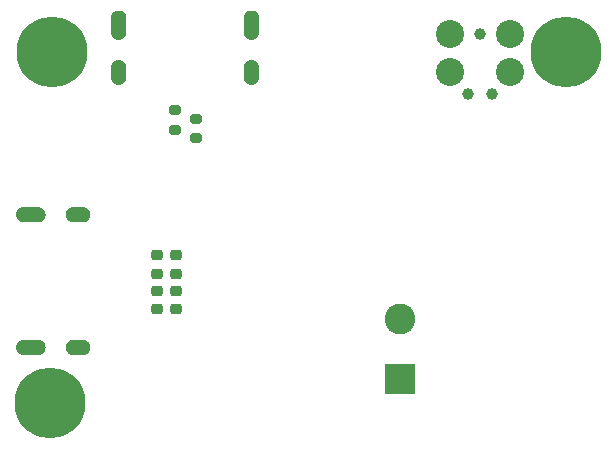
<source format=gbr>
%TF.GenerationSoftware,KiCad,Pcbnew,(6.0.2)*%
%TF.CreationDate,2022-07-06T09:12:25-05:00*%
%TF.ProjectId,pdsupply-PPS,70647375-7070-46c7-992d-5050532e6b69,rev?*%
%TF.SameCoordinates,Original*%
%TF.FileFunction,Soldermask,Bot*%
%TF.FilePolarity,Negative*%
%FSLAX46Y46*%
G04 Gerber Fmt 4.6, Leading zero omitted, Abs format (unit mm)*
G04 Created by KiCad (PCBNEW (6.0.2)) date 2022-07-06 09:12:25*
%MOMM*%
%LPD*%
G01*
G04 APERTURE LIST*
G04 Aperture macros list*
%AMRoundRect*
0 Rectangle with rounded corners*
0 $1 Rounding radius*
0 $2 $3 $4 $5 $6 $7 $8 $9 X,Y pos of 4 corners*
0 Add a 4 corners polygon primitive as box body*
4,1,4,$2,$3,$4,$5,$6,$7,$8,$9,$2,$3,0*
0 Add four circle primitives for the rounded corners*
1,1,$1+$1,$2,$3*
1,1,$1+$1,$4,$5*
1,1,$1+$1,$6,$7*
1,1,$1+$1,$8,$9*
0 Add four rect primitives between the rounded corners*
20,1,$1+$1,$2,$3,$4,$5,0*
20,1,$1+$1,$4,$5,$6,$7,0*
20,1,$1+$1,$6,$7,$8,$9,0*
20,1,$1+$1,$8,$9,$2,$3,0*%
G04 Aperture macros list end*
%ADD10C,0.010000*%
%ADD11R,2.600000X2.600000*%
%ADD12C,2.600000*%
%ADD13C,6.000000*%
%ADD14C,0.990600*%
%ADD15C,2.374900*%
%ADD16RoundRect,0.218750X-0.256250X0.218750X-0.256250X-0.218750X0.256250X-0.218750X0.256250X0.218750X0*%
%ADD17RoundRect,0.200000X0.275000X-0.200000X0.275000X0.200000X-0.275000X0.200000X-0.275000X-0.200000X0*%
%ADD18RoundRect,0.200000X-0.275000X0.200000X-0.275000X-0.200000X0.275000X-0.200000X0.275000X0.200000X0*%
%ADD19RoundRect,0.225000X-0.250000X0.225000X-0.250000X-0.225000X0.250000X-0.225000X0.250000X0.225000X0*%
G04 APERTURE END LIST*
D10*
%TO.C,J1*%
X111996447Y-111211447D02*
X112796447Y-111211447D01*
X112796447Y-111211447D02*
X112827447Y-111212447D01*
X112827447Y-111212447D02*
X112859447Y-111214447D01*
X112859447Y-111214447D02*
X112890447Y-111218447D01*
X112890447Y-111218447D02*
X112921447Y-111224447D01*
X112921447Y-111224447D02*
X112951447Y-111231447D01*
X112951447Y-111231447D02*
X112981447Y-111240447D01*
X112981447Y-111240447D02*
X113011447Y-111251447D01*
X113011447Y-111251447D02*
X113040447Y-111263447D01*
X113040447Y-111263447D02*
X113068447Y-111276447D01*
X113068447Y-111276447D02*
X113096447Y-111291447D01*
X113096447Y-111291447D02*
X113123447Y-111308447D01*
X113123447Y-111308447D02*
X113149447Y-111326447D01*
X113149447Y-111326447D02*
X113174447Y-111345447D01*
X113174447Y-111345447D02*
X113197447Y-111365447D01*
X113197447Y-111365447D02*
X113220447Y-111387447D01*
X113220447Y-111387447D02*
X113242447Y-111410447D01*
X113242447Y-111410447D02*
X113262447Y-111433447D01*
X113262447Y-111433447D02*
X113281447Y-111458447D01*
X113281447Y-111458447D02*
X113299447Y-111484447D01*
X113299447Y-111484447D02*
X113316447Y-111511447D01*
X113316447Y-111511447D02*
X113331447Y-111539447D01*
X113331447Y-111539447D02*
X113344447Y-111567447D01*
X113344447Y-111567447D02*
X113356447Y-111596447D01*
X113356447Y-111596447D02*
X113367447Y-111626447D01*
X113367447Y-111626447D02*
X113376447Y-111656447D01*
X113376447Y-111656447D02*
X113383447Y-111686447D01*
X113383447Y-111686447D02*
X113389447Y-111717447D01*
X113389447Y-111717447D02*
X113393447Y-111748447D01*
X113393447Y-111748447D02*
X113395447Y-111780447D01*
X113395447Y-111780447D02*
X113396447Y-111811447D01*
X113396447Y-111811447D02*
X113395447Y-111842447D01*
X113395447Y-111842447D02*
X113393447Y-111874447D01*
X113393447Y-111874447D02*
X113389447Y-111905447D01*
X113389447Y-111905447D02*
X113383447Y-111936447D01*
X113383447Y-111936447D02*
X113376447Y-111966447D01*
X113376447Y-111966447D02*
X113367447Y-111996447D01*
X113367447Y-111996447D02*
X113356447Y-112026447D01*
X113356447Y-112026447D02*
X113344447Y-112055447D01*
X113344447Y-112055447D02*
X113331447Y-112083447D01*
X113331447Y-112083447D02*
X113316447Y-112111447D01*
X113316447Y-112111447D02*
X113299447Y-112138447D01*
X113299447Y-112138447D02*
X113281447Y-112164447D01*
X113281447Y-112164447D02*
X113262447Y-112189447D01*
X113262447Y-112189447D02*
X113242447Y-112212447D01*
X113242447Y-112212447D02*
X113220447Y-112235447D01*
X113220447Y-112235447D02*
X113197447Y-112257447D01*
X113197447Y-112257447D02*
X113174447Y-112277447D01*
X113174447Y-112277447D02*
X113149447Y-112296447D01*
X113149447Y-112296447D02*
X113123447Y-112314447D01*
X113123447Y-112314447D02*
X113096447Y-112331447D01*
X113096447Y-112331447D02*
X113068447Y-112346447D01*
X113068447Y-112346447D02*
X113040447Y-112359447D01*
X113040447Y-112359447D02*
X113011447Y-112371447D01*
X113011447Y-112371447D02*
X112981447Y-112382447D01*
X112981447Y-112382447D02*
X112951447Y-112391447D01*
X112951447Y-112391447D02*
X112921447Y-112398447D01*
X112921447Y-112398447D02*
X112890447Y-112404447D01*
X112890447Y-112404447D02*
X112859447Y-112408447D01*
X112859447Y-112408447D02*
X112827447Y-112410447D01*
X112827447Y-112410447D02*
X112796447Y-112411447D01*
X112796447Y-112411447D02*
X111996447Y-112411447D01*
X111996447Y-112411447D02*
X111965447Y-112410447D01*
X111965447Y-112410447D02*
X111933447Y-112408447D01*
X111933447Y-112408447D02*
X111902447Y-112404447D01*
X111902447Y-112404447D02*
X111871447Y-112398447D01*
X111871447Y-112398447D02*
X111841447Y-112391447D01*
X111841447Y-112391447D02*
X111811447Y-112382447D01*
X111811447Y-112382447D02*
X111781447Y-112371447D01*
X111781447Y-112371447D02*
X111752447Y-112359447D01*
X111752447Y-112359447D02*
X111724447Y-112346447D01*
X111724447Y-112346447D02*
X111696447Y-112331447D01*
X111696447Y-112331447D02*
X111669447Y-112314447D01*
X111669447Y-112314447D02*
X111643447Y-112296447D01*
X111643447Y-112296447D02*
X111618447Y-112277447D01*
X111618447Y-112277447D02*
X111595447Y-112257447D01*
X111595447Y-112257447D02*
X111572447Y-112235447D01*
X111572447Y-112235447D02*
X111550447Y-112212447D01*
X111550447Y-112212447D02*
X111530447Y-112189447D01*
X111530447Y-112189447D02*
X111511447Y-112164447D01*
X111511447Y-112164447D02*
X111493447Y-112138447D01*
X111493447Y-112138447D02*
X111476447Y-112111447D01*
X111476447Y-112111447D02*
X111461447Y-112083447D01*
X111461447Y-112083447D02*
X111448447Y-112055447D01*
X111448447Y-112055447D02*
X111436447Y-112026447D01*
X111436447Y-112026447D02*
X111425447Y-111996447D01*
X111425447Y-111996447D02*
X111416447Y-111966447D01*
X111416447Y-111966447D02*
X111409447Y-111936447D01*
X111409447Y-111936447D02*
X111403447Y-111905447D01*
X111403447Y-111905447D02*
X111399447Y-111874447D01*
X111399447Y-111874447D02*
X111397447Y-111842447D01*
X111397447Y-111842447D02*
X111396447Y-111811447D01*
X111396447Y-111811447D02*
X111397447Y-111780447D01*
X111397447Y-111780447D02*
X111399447Y-111748447D01*
X111399447Y-111748447D02*
X111403447Y-111717447D01*
X111403447Y-111717447D02*
X111409447Y-111686447D01*
X111409447Y-111686447D02*
X111416447Y-111656447D01*
X111416447Y-111656447D02*
X111425447Y-111626447D01*
X111425447Y-111626447D02*
X111436447Y-111596447D01*
X111436447Y-111596447D02*
X111448447Y-111567447D01*
X111448447Y-111567447D02*
X111461447Y-111539447D01*
X111461447Y-111539447D02*
X111476447Y-111511447D01*
X111476447Y-111511447D02*
X111493447Y-111484447D01*
X111493447Y-111484447D02*
X111511447Y-111458447D01*
X111511447Y-111458447D02*
X111530447Y-111433447D01*
X111530447Y-111433447D02*
X111550447Y-111410447D01*
X111550447Y-111410447D02*
X111572447Y-111387447D01*
X111572447Y-111387447D02*
X111595447Y-111365447D01*
X111595447Y-111365447D02*
X111618447Y-111345447D01*
X111618447Y-111345447D02*
X111643447Y-111326447D01*
X111643447Y-111326447D02*
X111669447Y-111308447D01*
X111669447Y-111308447D02*
X111696447Y-111291447D01*
X111696447Y-111291447D02*
X111724447Y-111276447D01*
X111724447Y-111276447D02*
X111752447Y-111263447D01*
X111752447Y-111263447D02*
X111781447Y-111251447D01*
X111781447Y-111251447D02*
X111811447Y-111240447D01*
X111811447Y-111240447D02*
X111841447Y-111231447D01*
X111841447Y-111231447D02*
X111871447Y-111224447D01*
X111871447Y-111224447D02*
X111902447Y-111218447D01*
X111902447Y-111218447D02*
X111933447Y-111214447D01*
X111933447Y-111214447D02*
X111965447Y-111212447D01*
X111965447Y-111212447D02*
X111996447Y-111211447D01*
X111996447Y-111211447D02*
X111996447Y-111211447D01*
G36*
X112827447Y-111212447D02*
G01*
X112859447Y-111214447D01*
X112890447Y-111218447D01*
X112921447Y-111224447D01*
X112951447Y-111231447D01*
X112981447Y-111240447D01*
X113011447Y-111251447D01*
X113040447Y-111263447D01*
X113068447Y-111276447D01*
X113096447Y-111291447D01*
X113123447Y-111308447D01*
X113149447Y-111326447D01*
X113174447Y-111345447D01*
X113197447Y-111365447D01*
X113220447Y-111387447D01*
X113242447Y-111410447D01*
X113262447Y-111433447D01*
X113281447Y-111458447D01*
X113299447Y-111484447D01*
X113316447Y-111511447D01*
X113331447Y-111539447D01*
X113344447Y-111567447D01*
X113356447Y-111596447D01*
X113367447Y-111626447D01*
X113376447Y-111656447D01*
X113383447Y-111686447D01*
X113389447Y-111717447D01*
X113393447Y-111748447D01*
X113395447Y-111780447D01*
X113396447Y-111811447D01*
X113395447Y-111842447D01*
X113393447Y-111874447D01*
X113389447Y-111905447D01*
X113383447Y-111936447D01*
X113376447Y-111966447D01*
X113367447Y-111996447D01*
X113356447Y-112026447D01*
X113344447Y-112055447D01*
X113331447Y-112083447D01*
X113316447Y-112111447D01*
X113299447Y-112138447D01*
X113281447Y-112164447D01*
X113262447Y-112189447D01*
X113242447Y-112212447D01*
X113220447Y-112235447D01*
X113197447Y-112257447D01*
X113174447Y-112277447D01*
X113149447Y-112296447D01*
X113123447Y-112314447D01*
X113096447Y-112331447D01*
X113068447Y-112346447D01*
X113040447Y-112359447D01*
X113011447Y-112371447D01*
X112981447Y-112382447D01*
X112951447Y-112391447D01*
X112921447Y-112398447D01*
X112890447Y-112404447D01*
X112859447Y-112408447D01*
X112827447Y-112410447D01*
X112796447Y-112411447D01*
X111996447Y-112411447D01*
X111965447Y-112410447D01*
X111933447Y-112408447D01*
X111902447Y-112404447D01*
X111871447Y-112398447D01*
X111841447Y-112391447D01*
X111811447Y-112382447D01*
X111781447Y-112371447D01*
X111752447Y-112359447D01*
X111724447Y-112346447D01*
X111696447Y-112331447D01*
X111669447Y-112314447D01*
X111643447Y-112296447D01*
X111618447Y-112277447D01*
X111595447Y-112257447D01*
X111572447Y-112235447D01*
X111550447Y-112212447D01*
X111530447Y-112189447D01*
X111511447Y-112164447D01*
X111493447Y-112138447D01*
X111476447Y-112111447D01*
X111461447Y-112083447D01*
X111448447Y-112055447D01*
X111436447Y-112026447D01*
X111425447Y-111996447D01*
X111416447Y-111966447D01*
X111409447Y-111936447D01*
X111403447Y-111905447D01*
X111399447Y-111874447D01*
X111397447Y-111842447D01*
X111396447Y-111811447D01*
X111397447Y-111780447D01*
X111399447Y-111748447D01*
X111403447Y-111717447D01*
X111409447Y-111686447D01*
X111416447Y-111656447D01*
X111425447Y-111626447D01*
X111436447Y-111596447D01*
X111448447Y-111567447D01*
X111461447Y-111539447D01*
X111476447Y-111511447D01*
X111493447Y-111484447D01*
X111511447Y-111458447D01*
X111530447Y-111433447D01*
X111550447Y-111410447D01*
X111572447Y-111387447D01*
X111595447Y-111365447D01*
X111618447Y-111345447D01*
X111643447Y-111326447D01*
X111669447Y-111308447D01*
X111696447Y-111291447D01*
X111724447Y-111276447D01*
X111752447Y-111263447D01*
X111781447Y-111251447D01*
X111811447Y-111240447D01*
X111841447Y-111231447D01*
X111871447Y-111224447D01*
X111902447Y-111218447D01*
X111933447Y-111214447D01*
X111965447Y-111212447D01*
X111996447Y-111211447D01*
X112796447Y-111211447D01*
X112827447Y-111212447D01*
G37*
X112827447Y-111212447D02*
X112859447Y-111214447D01*
X112890447Y-111218447D01*
X112921447Y-111224447D01*
X112951447Y-111231447D01*
X112981447Y-111240447D01*
X113011447Y-111251447D01*
X113040447Y-111263447D01*
X113068447Y-111276447D01*
X113096447Y-111291447D01*
X113123447Y-111308447D01*
X113149447Y-111326447D01*
X113174447Y-111345447D01*
X113197447Y-111365447D01*
X113220447Y-111387447D01*
X113242447Y-111410447D01*
X113262447Y-111433447D01*
X113281447Y-111458447D01*
X113299447Y-111484447D01*
X113316447Y-111511447D01*
X113331447Y-111539447D01*
X113344447Y-111567447D01*
X113356447Y-111596447D01*
X113367447Y-111626447D01*
X113376447Y-111656447D01*
X113383447Y-111686447D01*
X113389447Y-111717447D01*
X113393447Y-111748447D01*
X113395447Y-111780447D01*
X113396447Y-111811447D01*
X113395447Y-111842447D01*
X113393447Y-111874447D01*
X113389447Y-111905447D01*
X113383447Y-111936447D01*
X113376447Y-111966447D01*
X113367447Y-111996447D01*
X113356447Y-112026447D01*
X113344447Y-112055447D01*
X113331447Y-112083447D01*
X113316447Y-112111447D01*
X113299447Y-112138447D01*
X113281447Y-112164447D01*
X113262447Y-112189447D01*
X113242447Y-112212447D01*
X113220447Y-112235447D01*
X113197447Y-112257447D01*
X113174447Y-112277447D01*
X113149447Y-112296447D01*
X113123447Y-112314447D01*
X113096447Y-112331447D01*
X113068447Y-112346447D01*
X113040447Y-112359447D01*
X113011447Y-112371447D01*
X112981447Y-112382447D01*
X112951447Y-112391447D01*
X112921447Y-112398447D01*
X112890447Y-112404447D01*
X112859447Y-112408447D01*
X112827447Y-112410447D01*
X112796447Y-112411447D01*
X111996447Y-112411447D01*
X111965447Y-112410447D01*
X111933447Y-112408447D01*
X111902447Y-112404447D01*
X111871447Y-112398447D01*
X111841447Y-112391447D01*
X111811447Y-112382447D01*
X111781447Y-112371447D01*
X111752447Y-112359447D01*
X111724447Y-112346447D01*
X111696447Y-112331447D01*
X111669447Y-112314447D01*
X111643447Y-112296447D01*
X111618447Y-112277447D01*
X111595447Y-112257447D01*
X111572447Y-112235447D01*
X111550447Y-112212447D01*
X111530447Y-112189447D01*
X111511447Y-112164447D01*
X111493447Y-112138447D01*
X111476447Y-112111447D01*
X111461447Y-112083447D01*
X111448447Y-112055447D01*
X111436447Y-112026447D01*
X111425447Y-111996447D01*
X111416447Y-111966447D01*
X111409447Y-111936447D01*
X111403447Y-111905447D01*
X111399447Y-111874447D01*
X111397447Y-111842447D01*
X111396447Y-111811447D01*
X111397447Y-111780447D01*
X111399447Y-111748447D01*
X111403447Y-111717447D01*
X111409447Y-111686447D01*
X111416447Y-111656447D01*
X111425447Y-111626447D01*
X111436447Y-111596447D01*
X111448447Y-111567447D01*
X111461447Y-111539447D01*
X111476447Y-111511447D01*
X111493447Y-111484447D01*
X111511447Y-111458447D01*
X111530447Y-111433447D01*
X111550447Y-111410447D01*
X111572447Y-111387447D01*
X111595447Y-111365447D01*
X111618447Y-111345447D01*
X111643447Y-111326447D01*
X111669447Y-111308447D01*
X111696447Y-111291447D01*
X111724447Y-111276447D01*
X111752447Y-111263447D01*
X111781447Y-111251447D01*
X111811447Y-111240447D01*
X111841447Y-111231447D01*
X111871447Y-111224447D01*
X111902447Y-111218447D01*
X111933447Y-111214447D01*
X111965447Y-111212447D01*
X111996447Y-111211447D01*
X112796447Y-111211447D01*
X112827447Y-111212447D01*
X107796447Y-111211447D02*
X108996447Y-111211447D01*
X108996447Y-111211447D02*
X109027447Y-111212447D01*
X109027447Y-111212447D02*
X109059447Y-111214447D01*
X109059447Y-111214447D02*
X109090447Y-111218447D01*
X109090447Y-111218447D02*
X109121447Y-111224447D01*
X109121447Y-111224447D02*
X109151447Y-111231447D01*
X109151447Y-111231447D02*
X109181447Y-111240447D01*
X109181447Y-111240447D02*
X109211447Y-111251447D01*
X109211447Y-111251447D02*
X109240447Y-111263447D01*
X109240447Y-111263447D02*
X109268447Y-111276447D01*
X109268447Y-111276447D02*
X109296447Y-111291447D01*
X109296447Y-111291447D02*
X109323447Y-111308447D01*
X109323447Y-111308447D02*
X109349447Y-111326447D01*
X109349447Y-111326447D02*
X109374447Y-111345447D01*
X109374447Y-111345447D02*
X109397447Y-111365447D01*
X109397447Y-111365447D02*
X109420447Y-111387447D01*
X109420447Y-111387447D02*
X109442447Y-111410447D01*
X109442447Y-111410447D02*
X109462447Y-111433447D01*
X109462447Y-111433447D02*
X109481447Y-111458447D01*
X109481447Y-111458447D02*
X109499447Y-111484447D01*
X109499447Y-111484447D02*
X109516447Y-111511447D01*
X109516447Y-111511447D02*
X109531447Y-111539447D01*
X109531447Y-111539447D02*
X109544447Y-111567447D01*
X109544447Y-111567447D02*
X109556447Y-111596447D01*
X109556447Y-111596447D02*
X109567447Y-111626447D01*
X109567447Y-111626447D02*
X109576447Y-111656447D01*
X109576447Y-111656447D02*
X109583447Y-111686447D01*
X109583447Y-111686447D02*
X109589447Y-111717447D01*
X109589447Y-111717447D02*
X109593447Y-111748447D01*
X109593447Y-111748447D02*
X109595447Y-111780447D01*
X109595447Y-111780447D02*
X109596447Y-111811447D01*
X109596447Y-111811447D02*
X109595447Y-111842447D01*
X109595447Y-111842447D02*
X109593447Y-111874447D01*
X109593447Y-111874447D02*
X109589447Y-111905447D01*
X109589447Y-111905447D02*
X109583447Y-111936447D01*
X109583447Y-111936447D02*
X109576447Y-111966447D01*
X109576447Y-111966447D02*
X109567447Y-111996447D01*
X109567447Y-111996447D02*
X109556447Y-112026447D01*
X109556447Y-112026447D02*
X109544447Y-112055447D01*
X109544447Y-112055447D02*
X109531447Y-112083447D01*
X109531447Y-112083447D02*
X109516447Y-112111447D01*
X109516447Y-112111447D02*
X109499447Y-112138447D01*
X109499447Y-112138447D02*
X109481447Y-112164447D01*
X109481447Y-112164447D02*
X109462447Y-112189447D01*
X109462447Y-112189447D02*
X109442447Y-112212447D01*
X109442447Y-112212447D02*
X109420447Y-112235447D01*
X109420447Y-112235447D02*
X109397447Y-112257447D01*
X109397447Y-112257447D02*
X109374447Y-112277447D01*
X109374447Y-112277447D02*
X109349447Y-112296447D01*
X109349447Y-112296447D02*
X109323447Y-112314447D01*
X109323447Y-112314447D02*
X109296447Y-112331447D01*
X109296447Y-112331447D02*
X109268447Y-112346447D01*
X109268447Y-112346447D02*
X109240447Y-112359447D01*
X109240447Y-112359447D02*
X109211447Y-112371447D01*
X109211447Y-112371447D02*
X109181447Y-112382447D01*
X109181447Y-112382447D02*
X109151447Y-112391447D01*
X109151447Y-112391447D02*
X109121447Y-112398447D01*
X109121447Y-112398447D02*
X109090447Y-112404447D01*
X109090447Y-112404447D02*
X109059447Y-112408447D01*
X109059447Y-112408447D02*
X109027447Y-112410447D01*
X109027447Y-112410447D02*
X108996447Y-112411447D01*
X108996447Y-112411447D02*
X107796447Y-112411447D01*
X107796447Y-112411447D02*
X107765447Y-112410447D01*
X107765447Y-112410447D02*
X107733447Y-112408447D01*
X107733447Y-112408447D02*
X107702447Y-112404447D01*
X107702447Y-112404447D02*
X107671447Y-112398447D01*
X107671447Y-112398447D02*
X107641447Y-112391447D01*
X107641447Y-112391447D02*
X107611447Y-112382447D01*
X107611447Y-112382447D02*
X107581447Y-112371447D01*
X107581447Y-112371447D02*
X107552447Y-112359447D01*
X107552447Y-112359447D02*
X107524447Y-112346447D01*
X107524447Y-112346447D02*
X107496447Y-112331447D01*
X107496447Y-112331447D02*
X107469447Y-112314447D01*
X107469447Y-112314447D02*
X107443447Y-112296447D01*
X107443447Y-112296447D02*
X107418447Y-112277447D01*
X107418447Y-112277447D02*
X107395447Y-112257447D01*
X107395447Y-112257447D02*
X107372447Y-112235447D01*
X107372447Y-112235447D02*
X107350447Y-112212447D01*
X107350447Y-112212447D02*
X107330447Y-112189447D01*
X107330447Y-112189447D02*
X107311447Y-112164447D01*
X107311447Y-112164447D02*
X107293447Y-112138447D01*
X107293447Y-112138447D02*
X107276447Y-112111447D01*
X107276447Y-112111447D02*
X107261447Y-112083447D01*
X107261447Y-112083447D02*
X107248447Y-112055447D01*
X107248447Y-112055447D02*
X107236447Y-112026447D01*
X107236447Y-112026447D02*
X107225447Y-111996447D01*
X107225447Y-111996447D02*
X107216447Y-111966447D01*
X107216447Y-111966447D02*
X107209447Y-111936447D01*
X107209447Y-111936447D02*
X107203447Y-111905447D01*
X107203447Y-111905447D02*
X107199447Y-111874447D01*
X107199447Y-111874447D02*
X107197447Y-111842447D01*
X107197447Y-111842447D02*
X107196447Y-111811447D01*
X107196447Y-111811447D02*
X107197447Y-111780447D01*
X107197447Y-111780447D02*
X107199447Y-111748447D01*
X107199447Y-111748447D02*
X107203447Y-111717447D01*
X107203447Y-111717447D02*
X107209447Y-111686447D01*
X107209447Y-111686447D02*
X107216447Y-111656447D01*
X107216447Y-111656447D02*
X107225447Y-111626447D01*
X107225447Y-111626447D02*
X107236447Y-111596447D01*
X107236447Y-111596447D02*
X107248447Y-111567447D01*
X107248447Y-111567447D02*
X107261447Y-111539447D01*
X107261447Y-111539447D02*
X107276447Y-111511447D01*
X107276447Y-111511447D02*
X107293447Y-111484447D01*
X107293447Y-111484447D02*
X107311447Y-111458447D01*
X107311447Y-111458447D02*
X107330447Y-111433447D01*
X107330447Y-111433447D02*
X107350447Y-111410447D01*
X107350447Y-111410447D02*
X107372447Y-111387447D01*
X107372447Y-111387447D02*
X107395447Y-111365447D01*
X107395447Y-111365447D02*
X107418447Y-111345447D01*
X107418447Y-111345447D02*
X107443447Y-111326447D01*
X107443447Y-111326447D02*
X107469447Y-111308447D01*
X107469447Y-111308447D02*
X107496447Y-111291447D01*
X107496447Y-111291447D02*
X107524447Y-111276447D01*
X107524447Y-111276447D02*
X107552447Y-111263447D01*
X107552447Y-111263447D02*
X107581447Y-111251447D01*
X107581447Y-111251447D02*
X107611447Y-111240447D01*
X107611447Y-111240447D02*
X107641447Y-111231447D01*
X107641447Y-111231447D02*
X107671447Y-111224447D01*
X107671447Y-111224447D02*
X107702447Y-111218447D01*
X107702447Y-111218447D02*
X107733447Y-111214447D01*
X107733447Y-111214447D02*
X107765447Y-111212447D01*
X107765447Y-111212447D02*
X107796447Y-111211447D01*
X107796447Y-111211447D02*
X107796447Y-111211447D01*
G36*
X109027447Y-111212447D02*
G01*
X109059447Y-111214447D01*
X109090447Y-111218447D01*
X109121447Y-111224447D01*
X109151447Y-111231447D01*
X109181447Y-111240447D01*
X109211447Y-111251447D01*
X109240447Y-111263447D01*
X109268447Y-111276447D01*
X109296447Y-111291447D01*
X109323447Y-111308447D01*
X109349447Y-111326447D01*
X109374447Y-111345447D01*
X109397447Y-111365447D01*
X109420447Y-111387447D01*
X109442447Y-111410447D01*
X109462447Y-111433447D01*
X109481447Y-111458447D01*
X109499447Y-111484447D01*
X109516447Y-111511447D01*
X109531447Y-111539447D01*
X109544447Y-111567447D01*
X109556447Y-111596447D01*
X109567447Y-111626447D01*
X109576447Y-111656447D01*
X109583447Y-111686447D01*
X109589447Y-111717447D01*
X109593447Y-111748447D01*
X109595447Y-111780447D01*
X109596447Y-111811447D01*
X109595447Y-111842447D01*
X109593447Y-111874447D01*
X109589447Y-111905447D01*
X109583447Y-111936447D01*
X109576447Y-111966447D01*
X109567447Y-111996447D01*
X109556447Y-112026447D01*
X109544447Y-112055447D01*
X109531447Y-112083447D01*
X109516447Y-112111447D01*
X109499447Y-112138447D01*
X109481447Y-112164447D01*
X109462447Y-112189447D01*
X109442447Y-112212447D01*
X109420447Y-112235447D01*
X109397447Y-112257447D01*
X109374447Y-112277447D01*
X109349447Y-112296447D01*
X109323447Y-112314447D01*
X109296447Y-112331447D01*
X109268447Y-112346447D01*
X109240447Y-112359447D01*
X109211447Y-112371447D01*
X109181447Y-112382447D01*
X109151447Y-112391447D01*
X109121447Y-112398447D01*
X109090447Y-112404447D01*
X109059447Y-112408447D01*
X109027447Y-112410447D01*
X108996447Y-112411447D01*
X107796447Y-112411447D01*
X107765447Y-112410447D01*
X107733447Y-112408447D01*
X107702447Y-112404447D01*
X107671447Y-112398447D01*
X107641447Y-112391447D01*
X107611447Y-112382447D01*
X107581447Y-112371447D01*
X107552447Y-112359447D01*
X107524447Y-112346447D01*
X107496447Y-112331447D01*
X107469447Y-112314447D01*
X107443447Y-112296447D01*
X107418447Y-112277447D01*
X107395447Y-112257447D01*
X107372447Y-112235447D01*
X107350447Y-112212447D01*
X107330447Y-112189447D01*
X107311447Y-112164447D01*
X107293447Y-112138447D01*
X107276447Y-112111447D01*
X107261447Y-112083447D01*
X107248447Y-112055447D01*
X107236447Y-112026447D01*
X107225447Y-111996447D01*
X107216447Y-111966447D01*
X107209447Y-111936447D01*
X107203447Y-111905447D01*
X107199447Y-111874447D01*
X107197447Y-111842447D01*
X107196447Y-111811447D01*
X107197447Y-111780447D01*
X107199447Y-111748447D01*
X107203447Y-111717447D01*
X107209447Y-111686447D01*
X107216447Y-111656447D01*
X107225447Y-111626447D01*
X107236447Y-111596447D01*
X107248447Y-111567447D01*
X107261447Y-111539447D01*
X107276447Y-111511447D01*
X107293447Y-111484447D01*
X107311447Y-111458447D01*
X107330447Y-111433447D01*
X107350447Y-111410447D01*
X107372447Y-111387447D01*
X107395447Y-111365447D01*
X107418447Y-111345447D01*
X107443447Y-111326447D01*
X107469447Y-111308447D01*
X107496447Y-111291447D01*
X107524447Y-111276447D01*
X107552447Y-111263447D01*
X107581447Y-111251447D01*
X107611447Y-111240447D01*
X107641447Y-111231447D01*
X107671447Y-111224447D01*
X107702447Y-111218447D01*
X107733447Y-111214447D01*
X107765447Y-111212447D01*
X107796447Y-111211447D01*
X108996447Y-111211447D01*
X109027447Y-111212447D01*
G37*
X109027447Y-111212447D02*
X109059447Y-111214447D01*
X109090447Y-111218447D01*
X109121447Y-111224447D01*
X109151447Y-111231447D01*
X109181447Y-111240447D01*
X109211447Y-111251447D01*
X109240447Y-111263447D01*
X109268447Y-111276447D01*
X109296447Y-111291447D01*
X109323447Y-111308447D01*
X109349447Y-111326447D01*
X109374447Y-111345447D01*
X109397447Y-111365447D01*
X109420447Y-111387447D01*
X109442447Y-111410447D01*
X109462447Y-111433447D01*
X109481447Y-111458447D01*
X109499447Y-111484447D01*
X109516447Y-111511447D01*
X109531447Y-111539447D01*
X109544447Y-111567447D01*
X109556447Y-111596447D01*
X109567447Y-111626447D01*
X109576447Y-111656447D01*
X109583447Y-111686447D01*
X109589447Y-111717447D01*
X109593447Y-111748447D01*
X109595447Y-111780447D01*
X109596447Y-111811447D01*
X109595447Y-111842447D01*
X109593447Y-111874447D01*
X109589447Y-111905447D01*
X109583447Y-111936447D01*
X109576447Y-111966447D01*
X109567447Y-111996447D01*
X109556447Y-112026447D01*
X109544447Y-112055447D01*
X109531447Y-112083447D01*
X109516447Y-112111447D01*
X109499447Y-112138447D01*
X109481447Y-112164447D01*
X109462447Y-112189447D01*
X109442447Y-112212447D01*
X109420447Y-112235447D01*
X109397447Y-112257447D01*
X109374447Y-112277447D01*
X109349447Y-112296447D01*
X109323447Y-112314447D01*
X109296447Y-112331447D01*
X109268447Y-112346447D01*
X109240447Y-112359447D01*
X109211447Y-112371447D01*
X109181447Y-112382447D01*
X109151447Y-112391447D01*
X109121447Y-112398447D01*
X109090447Y-112404447D01*
X109059447Y-112408447D01*
X109027447Y-112410447D01*
X108996447Y-112411447D01*
X107796447Y-112411447D01*
X107765447Y-112410447D01*
X107733447Y-112408447D01*
X107702447Y-112404447D01*
X107671447Y-112398447D01*
X107641447Y-112391447D01*
X107611447Y-112382447D01*
X107581447Y-112371447D01*
X107552447Y-112359447D01*
X107524447Y-112346447D01*
X107496447Y-112331447D01*
X107469447Y-112314447D01*
X107443447Y-112296447D01*
X107418447Y-112277447D01*
X107395447Y-112257447D01*
X107372447Y-112235447D01*
X107350447Y-112212447D01*
X107330447Y-112189447D01*
X107311447Y-112164447D01*
X107293447Y-112138447D01*
X107276447Y-112111447D01*
X107261447Y-112083447D01*
X107248447Y-112055447D01*
X107236447Y-112026447D01*
X107225447Y-111996447D01*
X107216447Y-111966447D01*
X107209447Y-111936447D01*
X107203447Y-111905447D01*
X107199447Y-111874447D01*
X107197447Y-111842447D01*
X107196447Y-111811447D01*
X107197447Y-111780447D01*
X107199447Y-111748447D01*
X107203447Y-111717447D01*
X107209447Y-111686447D01*
X107216447Y-111656447D01*
X107225447Y-111626447D01*
X107236447Y-111596447D01*
X107248447Y-111567447D01*
X107261447Y-111539447D01*
X107276447Y-111511447D01*
X107293447Y-111484447D01*
X107311447Y-111458447D01*
X107330447Y-111433447D01*
X107350447Y-111410447D01*
X107372447Y-111387447D01*
X107395447Y-111365447D01*
X107418447Y-111345447D01*
X107443447Y-111326447D01*
X107469447Y-111308447D01*
X107496447Y-111291447D01*
X107524447Y-111276447D01*
X107552447Y-111263447D01*
X107581447Y-111251447D01*
X107611447Y-111240447D01*
X107641447Y-111231447D01*
X107671447Y-111224447D01*
X107702447Y-111218447D01*
X107733447Y-111214447D01*
X107765447Y-111212447D01*
X107796447Y-111211447D01*
X108996447Y-111211447D01*
X109027447Y-111212447D01*
X111996447Y-99971447D02*
X112796447Y-99971447D01*
X112796447Y-99971447D02*
X112827447Y-99972447D01*
X112827447Y-99972447D02*
X112859447Y-99974447D01*
X112859447Y-99974447D02*
X112890447Y-99978447D01*
X112890447Y-99978447D02*
X112921447Y-99984447D01*
X112921447Y-99984447D02*
X112951447Y-99991447D01*
X112951447Y-99991447D02*
X112981447Y-100000447D01*
X112981447Y-100000447D02*
X113011447Y-100011447D01*
X113011447Y-100011447D02*
X113040447Y-100023447D01*
X113040447Y-100023447D02*
X113068447Y-100036447D01*
X113068447Y-100036447D02*
X113096447Y-100051447D01*
X113096447Y-100051447D02*
X113123447Y-100068447D01*
X113123447Y-100068447D02*
X113149447Y-100086447D01*
X113149447Y-100086447D02*
X113174447Y-100105447D01*
X113174447Y-100105447D02*
X113197447Y-100125447D01*
X113197447Y-100125447D02*
X113220447Y-100147447D01*
X113220447Y-100147447D02*
X113242447Y-100170447D01*
X113242447Y-100170447D02*
X113262447Y-100193447D01*
X113262447Y-100193447D02*
X113281447Y-100218447D01*
X113281447Y-100218447D02*
X113299447Y-100244447D01*
X113299447Y-100244447D02*
X113316447Y-100271447D01*
X113316447Y-100271447D02*
X113331447Y-100299447D01*
X113331447Y-100299447D02*
X113344447Y-100327447D01*
X113344447Y-100327447D02*
X113356447Y-100356447D01*
X113356447Y-100356447D02*
X113367447Y-100386447D01*
X113367447Y-100386447D02*
X113376447Y-100416447D01*
X113376447Y-100416447D02*
X113383447Y-100446447D01*
X113383447Y-100446447D02*
X113389447Y-100477447D01*
X113389447Y-100477447D02*
X113393447Y-100508447D01*
X113393447Y-100508447D02*
X113395447Y-100540447D01*
X113395447Y-100540447D02*
X113396447Y-100571447D01*
X113396447Y-100571447D02*
X113395447Y-100602447D01*
X113395447Y-100602447D02*
X113393447Y-100634447D01*
X113393447Y-100634447D02*
X113389447Y-100665447D01*
X113389447Y-100665447D02*
X113383447Y-100696447D01*
X113383447Y-100696447D02*
X113376447Y-100726447D01*
X113376447Y-100726447D02*
X113367447Y-100756447D01*
X113367447Y-100756447D02*
X113356447Y-100786447D01*
X113356447Y-100786447D02*
X113344447Y-100815447D01*
X113344447Y-100815447D02*
X113331447Y-100843447D01*
X113331447Y-100843447D02*
X113316447Y-100871447D01*
X113316447Y-100871447D02*
X113299447Y-100898447D01*
X113299447Y-100898447D02*
X113281447Y-100924447D01*
X113281447Y-100924447D02*
X113262447Y-100949447D01*
X113262447Y-100949447D02*
X113242447Y-100972447D01*
X113242447Y-100972447D02*
X113220447Y-100995447D01*
X113220447Y-100995447D02*
X113197447Y-101017447D01*
X113197447Y-101017447D02*
X113174447Y-101037447D01*
X113174447Y-101037447D02*
X113149447Y-101056447D01*
X113149447Y-101056447D02*
X113123447Y-101074447D01*
X113123447Y-101074447D02*
X113096447Y-101091447D01*
X113096447Y-101091447D02*
X113068447Y-101106447D01*
X113068447Y-101106447D02*
X113040447Y-101119447D01*
X113040447Y-101119447D02*
X113011447Y-101131447D01*
X113011447Y-101131447D02*
X112981447Y-101142447D01*
X112981447Y-101142447D02*
X112951447Y-101151447D01*
X112951447Y-101151447D02*
X112921447Y-101158447D01*
X112921447Y-101158447D02*
X112890447Y-101164447D01*
X112890447Y-101164447D02*
X112859447Y-101168447D01*
X112859447Y-101168447D02*
X112827447Y-101170447D01*
X112827447Y-101170447D02*
X112796447Y-101171447D01*
X112796447Y-101171447D02*
X111996447Y-101171447D01*
X111996447Y-101171447D02*
X111965447Y-101170447D01*
X111965447Y-101170447D02*
X111933447Y-101168447D01*
X111933447Y-101168447D02*
X111902447Y-101164447D01*
X111902447Y-101164447D02*
X111871447Y-101158447D01*
X111871447Y-101158447D02*
X111841447Y-101151447D01*
X111841447Y-101151447D02*
X111811447Y-101142447D01*
X111811447Y-101142447D02*
X111781447Y-101131447D01*
X111781447Y-101131447D02*
X111752447Y-101119447D01*
X111752447Y-101119447D02*
X111724447Y-101106447D01*
X111724447Y-101106447D02*
X111696447Y-101091447D01*
X111696447Y-101091447D02*
X111669447Y-101074447D01*
X111669447Y-101074447D02*
X111643447Y-101056447D01*
X111643447Y-101056447D02*
X111618447Y-101037447D01*
X111618447Y-101037447D02*
X111595447Y-101017447D01*
X111595447Y-101017447D02*
X111572447Y-100995447D01*
X111572447Y-100995447D02*
X111550447Y-100972447D01*
X111550447Y-100972447D02*
X111530447Y-100949447D01*
X111530447Y-100949447D02*
X111511447Y-100924447D01*
X111511447Y-100924447D02*
X111493447Y-100898447D01*
X111493447Y-100898447D02*
X111476447Y-100871447D01*
X111476447Y-100871447D02*
X111461447Y-100843447D01*
X111461447Y-100843447D02*
X111448447Y-100815447D01*
X111448447Y-100815447D02*
X111436447Y-100786447D01*
X111436447Y-100786447D02*
X111425447Y-100756447D01*
X111425447Y-100756447D02*
X111416447Y-100726447D01*
X111416447Y-100726447D02*
X111409447Y-100696447D01*
X111409447Y-100696447D02*
X111403447Y-100665447D01*
X111403447Y-100665447D02*
X111399447Y-100634447D01*
X111399447Y-100634447D02*
X111397447Y-100602447D01*
X111397447Y-100602447D02*
X111396447Y-100571447D01*
X111396447Y-100571447D02*
X111397447Y-100540447D01*
X111397447Y-100540447D02*
X111399447Y-100508447D01*
X111399447Y-100508447D02*
X111403447Y-100477447D01*
X111403447Y-100477447D02*
X111409447Y-100446447D01*
X111409447Y-100446447D02*
X111416447Y-100416447D01*
X111416447Y-100416447D02*
X111425447Y-100386447D01*
X111425447Y-100386447D02*
X111436447Y-100356447D01*
X111436447Y-100356447D02*
X111448447Y-100327447D01*
X111448447Y-100327447D02*
X111461447Y-100299447D01*
X111461447Y-100299447D02*
X111476447Y-100271447D01*
X111476447Y-100271447D02*
X111493447Y-100244447D01*
X111493447Y-100244447D02*
X111511447Y-100218447D01*
X111511447Y-100218447D02*
X111530447Y-100193447D01*
X111530447Y-100193447D02*
X111550447Y-100170447D01*
X111550447Y-100170447D02*
X111572447Y-100147447D01*
X111572447Y-100147447D02*
X111595447Y-100125447D01*
X111595447Y-100125447D02*
X111618447Y-100105447D01*
X111618447Y-100105447D02*
X111643447Y-100086447D01*
X111643447Y-100086447D02*
X111669447Y-100068447D01*
X111669447Y-100068447D02*
X111696447Y-100051447D01*
X111696447Y-100051447D02*
X111724447Y-100036447D01*
X111724447Y-100036447D02*
X111752447Y-100023447D01*
X111752447Y-100023447D02*
X111781447Y-100011447D01*
X111781447Y-100011447D02*
X111811447Y-100000447D01*
X111811447Y-100000447D02*
X111841447Y-99991447D01*
X111841447Y-99991447D02*
X111871447Y-99984447D01*
X111871447Y-99984447D02*
X111902447Y-99978447D01*
X111902447Y-99978447D02*
X111933447Y-99974447D01*
X111933447Y-99974447D02*
X111965447Y-99972447D01*
X111965447Y-99972447D02*
X111996447Y-99971447D01*
X111996447Y-99971447D02*
X111996447Y-99971447D01*
G36*
X112827447Y-99972447D02*
G01*
X112859447Y-99974447D01*
X112890447Y-99978447D01*
X112921447Y-99984447D01*
X112951447Y-99991447D01*
X112981447Y-100000447D01*
X113011447Y-100011447D01*
X113040447Y-100023447D01*
X113068447Y-100036447D01*
X113096447Y-100051447D01*
X113123447Y-100068447D01*
X113149447Y-100086447D01*
X113174447Y-100105447D01*
X113197447Y-100125447D01*
X113220447Y-100147447D01*
X113242447Y-100170447D01*
X113262447Y-100193447D01*
X113281447Y-100218447D01*
X113299447Y-100244447D01*
X113316447Y-100271447D01*
X113331447Y-100299447D01*
X113344447Y-100327447D01*
X113356447Y-100356447D01*
X113367447Y-100386447D01*
X113376447Y-100416447D01*
X113383447Y-100446447D01*
X113389447Y-100477447D01*
X113393447Y-100508447D01*
X113395447Y-100540447D01*
X113396447Y-100571447D01*
X113395447Y-100602447D01*
X113393447Y-100634447D01*
X113389447Y-100665447D01*
X113383447Y-100696447D01*
X113376447Y-100726447D01*
X113367447Y-100756447D01*
X113356447Y-100786447D01*
X113344447Y-100815447D01*
X113331447Y-100843447D01*
X113316447Y-100871447D01*
X113299447Y-100898447D01*
X113281447Y-100924447D01*
X113262447Y-100949447D01*
X113242447Y-100972447D01*
X113220447Y-100995447D01*
X113197447Y-101017447D01*
X113174447Y-101037447D01*
X113149447Y-101056447D01*
X113123447Y-101074447D01*
X113096447Y-101091447D01*
X113068447Y-101106447D01*
X113040447Y-101119447D01*
X113011447Y-101131447D01*
X112981447Y-101142447D01*
X112951447Y-101151447D01*
X112921447Y-101158447D01*
X112890447Y-101164447D01*
X112859447Y-101168447D01*
X112827447Y-101170447D01*
X112796447Y-101171447D01*
X111996447Y-101171447D01*
X111965447Y-101170447D01*
X111933447Y-101168447D01*
X111902447Y-101164447D01*
X111871447Y-101158447D01*
X111841447Y-101151447D01*
X111811447Y-101142447D01*
X111781447Y-101131447D01*
X111752447Y-101119447D01*
X111724447Y-101106447D01*
X111696447Y-101091447D01*
X111669447Y-101074447D01*
X111643447Y-101056447D01*
X111618447Y-101037447D01*
X111595447Y-101017447D01*
X111572447Y-100995447D01*
X111550447Y-100972447D01*
X111530447Y-100949447D01*
X111511447Y-100924447D01*
X111493447Y-100898447D01*
X111476447Y-100871447D01*
X111461447Y-100843447D01*
X111448447Y-100815447D01*
X111436447Y-100786447D01*
X111425447Y-100756447D01*
X111416447Y-100726447D01*
X111409447Y-100696447D01*
X111403447Y-100665447D01*
X111399447Y-100634447D01*
X111397447Y-100602447D01*
X111396447Y-100571447D01*
X111397447Y-100540447D01*
X111399447Y-100508447D01*
X111403447Y-100477447D01*
X111409447Y-100446447D01*
X111416447Y-100416447D01*
X111425447Y-100386447D01*
X111436447Y-100356447D01*
X111448447Y-100327447D01*
X111461447Y-100299447D01*
X111476447Y-100271447D01*
X111493447Y-100244447D01*
X111511447Y-100218447D01*
X111530447Y-100193447D01*
X111550447Y-100170447D01*
X111572447Y-100147447D01*
X111595447Y-100125447D01*
X111618447Y-100105447D01*
X111643447Y-100086447D01*
X111669447Y-100068447D01*
X111696447Y-100051447D01*
X111724447Y-100036447D01*
X111752447Y-100023447D01*
X111781447Y-100011447D01*
X111811447Y-100000447D01*
X111841447Y-99991447D01*
X111871447Y-99984447D01*
X111902447Y-99978447D01*
X111933447Y-99974447D01*
X111965447Y-99972447D01*
X111996447Y-99971447D01*
X112796447Y-99971447D01*
X112827447Y-99972447D01*
G37*
X112827447Y-99972447D02*
X112859447Y-99974447D01*
X112890447Y-99978447D01*
X112921447Y-99984447D01*
X112951447Y-99991447D01*
X112981447Y-100000447D01*
X113011447Y-100011447D01*
X113040447Y-100023447D01*
X113068447Y-100036447D01*
X113096447Y-100051447D01*
X113123447Y-100068447D01*
X113149447Y-100086447D01*
X113174447Y-100105447D01*
X113197447Y-100125447D01*
X113220447Y-100147447D01*
X113242447Y-100170447D01*
X113262447Y-100193447D01*
X113281447Y-100218447D01*
X113299447Y-100244447D01*
X113316447Y-100271447D01*
X113331447Y-100299447D01*
X113344447Y-100327447D01*
X113356447Y-100356447D01*
X113367447Y-100386447D01*
X113376447Y-100416447D01*
X113383447Y-100446447D01*
X113389447Y-100477447D01*
X113393447Y-100508447D01*
X113395447Y-100540447D01*
X113396447Y-100571447D01*
X113395447Y-100602447D01*
X113393447Y-100634447D01*
X113389447Y-100665447D01*
X113383447Y-100696447D01*
X113376447Y-100726447D01*
X113367447Y-100756447D01*
X113356447Y-100786447D01*
X113344447Y-100815447D01*
X113331447Y-100843447D01*
X113316447Y-100871447D01*
X113299447Y-100898447D01*
X113281447Y-100924447D01*
X113262447Y-100949447D01*
X113242447Y-100972447D01*
X113220447Y-100995447D01*
X113197447Y-101017447D01*
X113174447Y-101037447D01*
X113149447Y-101056447D01*
X113123447Y-101074447D01*
X113096447Y-101091447D01*
X113068447Y-101106447D01*
X113040447Y-101119447D01*
X113011447Y-101131447D01*
X112981447Y-101142447D01*
X112951447Y-101151447D01*
X112921447Y-101158447D01*
X112890447Y-101164447D01*
X112859447Y-101168447D01*
X112827447Y-101170447D01*
X112796447Y-101171447D01*
X111996447Y-101171447D01*
X111965447Y-101170447D01*
X111933447Y-101168447D01*
X111902447Y-101164447D01*
X111871447Y-101158447D01*
X111841447Y-101151447D01*
X111811447Y-101142447D01*
X111781447Y-101131447D01*
X111752447Y-101119447D01*
X111724447Y-101106447D01*
X111696447Y-101091447D01*
X111669447Y-101074447D01*
X111643447Y-101056447D01*
X111618447Y-101037447D01*
X111595447Y-101017447D01*
X111572447Y-100995447D01*
X111550447Y-100972447D01*
X111530447Y-100949447D01*
X111511447Y-100924447D01*
X111493447Y-100898447D01*
X111476447Y-100871447D01*
X111461447Y-100843447D01*
X111448447Y-100815447D01*
X111436447Y-100786447D01*
X111425447Y-100756447D01*
X111416447Y-100726447D01*
X111409447Y-100696447D01*
X111403447Y-100665447D01*
X111399447Y-100634447D01*
X111397447Y-100602447D01*
X111396447Y-100571447D01*
X111397447Y-100540447D01*
X111399447Y-100508447D01*
X111403447Y-100477447D01*
X111409447Y-100446447D01*
X111416447Y-100416447D01*
X111425447Y-100386447D01*
X111436447Y-100356447D01*
X111448447Y-100327447D01*
X111461447Y-100299447D01*
X111476447Y-100271447D01*
X111493447Y-100244447D01*
X111511447Y-100218447D01*
X111530447Y-100193447D01*
X111550447Y-100170447D01*
X111572447Y-100147447D01*
X111595447Y-100125447D01*
X111618447Y-100105447D01*
X111643447Y-100086447D01*
X111669447Y-100068447D01*
X111696447Y-100051447D01*
X111724447Y-100036447D01*
X111752447Y-100023447D01*
X111781447Y-100011447D01*
X111811447Y-100000447D01*
X111841447Y-99991447D01*
X111871447Y-99984447D01*
X111902447Y-99978447D01*
X111933447Y-99974447D01*
X111965447Y-99972447D01*
X111996447Y-99971447D01*
X112796447Y-99971447D01*
X112827447Y-99972447D01*
X107796447Y-99971447D02*
X108996447Y-99971447D01*
X108996447Y-99971447D02*
X109027447Y-99972447D01*
X109027447Y-99972447D02*
X109059447Y-99974447D01*
X109059447Y-99974447D02*
X109090447Y-99978447D01*
X109090447Y-99978447D02*
X109121447Y-99984447D01*
X109121447Y-99984447D02*
X109151447Y-99991447D01*
X109151447Y-99991447D02*
X109181447Y-100000447D01*
X109181447Y-100000447D02*
X109211447Y-100011447D01*
X109211447Y-100011447D02*
X109240447Y-100023447D01*
X109240447Y-100023447D02*
X109268447Y-100036447D01*
X109268447Y-100036447D02*
X109296447Y-100051447D01*
X109296447Y-100051447D02*
X109323447Y-100068447D01*
X109323447Y-100068447D02*
X109349447Y-100086447D01*
X109349447Y-100086447D02*
X109374447Y-100105447D01*
X109374447Y-100105447D02*
X109397447Y-100125447D01*
X109397447Y-100125447D02*
X109420447Y-100147447D01*
X109420447Y-100147447D02*
X109442447Y-100170447D01*
X109442447Y-100170447D02*
X109462447Y-100193447D01*
X109462447Y-100193447D02*
X109481447Y-100218447D01*
X109481447Y-100218447D02*
X109499447Y-100244447D01*
X109499447Y-100244447D02*
X109516447Y-100271447D01*
X109516447Y-100271447D02*
X109531447Y-100299447D01*
X109531447Y-100299447D02*
X109544447Y-100327447D01*
X109544447Y-100327447D02*
X109556447Y-100356447D01*
X109556447Y-100356447D02*
X109567447Y-100386447D01*
X109567447Y-100386447D02*
X109576447Y-100416447D01*
X109576447Y-100416447D02*
X109583447Y-100446447D01*
X109583447Y-100446447D02*
X109589447Y-100477447D01*
X109589447Y-100477447D02*
X109593447Y-100508447D01*
X109593447Y-100508447D02*
X109595447Y-100540447D01*
X109595447Y-100540447D02*
X109596447Y-100571447D01*
X109596447Y-100571447D02*
X109595447Y-100602447D01*
X109595447Y-100602447D02*
X109593447Y-100634447D01*
X109593447Y-100634447D02*
X109589447Y-100665447D01*
X109589447Y-100665447D02*
X109583447Y-100696447D01*
X109583447Y-100696447D02*
X109576447Y-100726447D01*
X109576447Y-100726447D02*
X109567447Y-100756447D01*
X109567447Y-100756447D02*
X109556447Y-100786447D01*
X109556447Y-100786447D02*
X109544447Y-100815447D01*
X109544447Y-100815447D02*
X109531447Y-100843447D01*
X109531447Y-100843447D02*
X109516447Y-100871447D01*
X109516447Y-100871447D02*
X109499447Y-100898447D01*
X109499447Y-100898447D02*
X109481447Y-100924447D01*
X109481447Y-100924447D02*
X109462447Y-100949447D01*
X109462447Y-100949447D02*
X109442447Y-100972447D01*
X109442447Y-100972447D02*
X109420447Y-100995447D01*
X109420447Y-100995447D02*
X109397447Y-101017447D01*
X109397447Y-101017447D02*
X109374447Y-101037447D01*
X109374447Y-101037447D02*
X109349447Y-101056447D01*
X109349447Y-101056447D02*
X109323447Y-101074447D01*
X109323447Y-101074447D02*
X109296447Y-101091447D01*
X109296447Y-101091447D02*
X109268447Y-101106447D01*
X109268447Y-101106447D02*
X109240447Y-101119447D01*
X109240447Y-101119447D02*
X109211447Y-101131447D01*
X109211447Y-101131447D02*
X109181447Y-101142447D01*
X109181447Y-101142447D02*
X109151447Y-101151447D01*
X109151447Y-101151447D02*
X109121447Y-101158447D01*
X109121447Y-101158447D02*
X109090447Y-101164447D01*
X109090447Y-101164447D02*
X109059447Y-101168447D01*
X109059447Y-101168447D02*
X109027447Y-101170447D01*
X109027447Y-101170447D02*
X108996447Y-101171447D01*
X108996447Y-101171447D02*
X107796447Y-101171447D01*
X107796447Y-101171447D02*
X107765447Y-101170447D01*
X107765447Y-101170447D02*
X107733447Y-101168447D01*
X107733447Y-101168447D02*
X107702447Y-101164447D01*
X107702447Y-101164447D02*
X107671447Y-101158447D01*
X107671447Y-101158447D02*
X107641447Y-101151447D01*
X107641447Y-101151447D02*
X107611447Y-101142447D01*
X107611447Y-101142447D02*
X107581447Y-101131447D01*
X107581447Y-101131447D02*
X107552447Y-101119447D01*
X107552447Y-101119447D02*
X107524447Y-101106447D01*
X107524447Y-101106447D02*
X107496447Y-101091447D01*
X107496447Y-101091447D02*
X107469447Y-101074447D01*
X107469447Y-101074447D02*
X107443447Y-101056447D01*
X107443447Y-101056447D02*
X107418447Y-101037447D01*
X107418447Y-101037447D02*
X107395447Y-101017447D01*
X107395447Y-101017447D02*
X107372447Y-100995447D01*
X107372447Y-100995447D02*
X107350447Y-100972447D01*
X107350447Y-100972447D02*
X107330447Y-100949447D01*
X107330447Y-100949447D02*
X107311447Y-100924447D01*
X107311447Y-100924447D02*
X107293447Y-100898447D01*
X107293447Y-100898447D02*
X107276447Y-100871447D01*
X107276447Y-100871447D02*
X107261447Y-100843447D01*
X107261447Y-100843447D02*
X107248447Y-100815447D01*
X107248447Y-100815447D02*
X107236447Y-100786447D01*
X107236447Y-100786447D02*
X107225447Y-100756447D01*
X107225447Y-100756447D02*
X107216447Y-100726447D01*
X107216447Y-100726447D02*
X107209447Y-100696447D01*
X107209447Y-100696447D02*
X107203447Y-100665447D01*
X107203447Y-100665447D02*
X107199447Y-100634447D01*
X107199447Y-100634447D02*
X107197447Y-100602447D01*
X107197447Y-100602447D02*
X107196447Y-100571447D01*
X107196447Y-100571447D02*
X107197447Y-100540447D01*
X107197447Y-100540447D02*
X107199447Y-100508447D01*
X107199447Y-100508447D02*
X107203447Y-100477447D01*
X107203447Y-100477447D02*
X107209447Y-100446447D01*
X107209447Y-100446447D02*
X107216447Y-100416447D01*
X107216447Y-100416447D02*
X107225447Y-100386447D01*
X107225447Y-100386447D02*
X107236447Y-100356447D01*
X107236447Y-100356447D02*
X107248447Y-100327447D01*
X107248447Y-100327447D02*
X107261447Y-100299447D01*
X107261447Y-100299447D02*
X107276447Y-100271447D01*
X107276447Y-100271447D02*
X107293447Y-100244447D01*
X107293447Y-100244447D02*
X107311447Y-100218447D01*
X107311447Y-100218447D02*
X107330447Y-100193447D01*
X107330447Y-100193447D02*
X107350447Y-100170447D01*
X107350447Y-100170447D02*
X107372447Y-100147447D01*
X107372447Y-100147447D02*
X107395447Y-100125447D01*
X107395447Y-100125447D02*
X107418447Y-100105447D01*
X107418447Y-100105447D02*
X107443447Y-100086447D01*
X107443447Y-100086447D02*
X107469447Y-100068447D01*
X107469447Y-100068447D02*
X107496447Y-100051447D01*
X107496447Y-100051447D02*
X107524447Y-100036447D01*
X107524447Y-100036447D02*
X107552447Y-100023447D01*
X107552447Y-100023447D02*
X107581447Y-100011447D01*
X107581447Y-100011447D02*
X107611447Y-100000447D01*
X107611447Y-100000447D02*
X107641447Y-99991447D01*
X107641447Y-99991447D02*
X107671447Y-99984447D01*
X107671447Y-99984447D02*
X107702447Y-99978447D01*
X107702447Y-99978447D02*
X107733447Y-99974447D01*
X107733447Y-99974447D02*
X107765447Y-99972447D01*
X107765447Y-99972447D02*
X107796447Y-99971447D01*
X107796447Y-99971447D02*
X107796447Y-99971447D01*
G36*
X109027447Y-99972447D02*
G01*
X109059447Y-99974447D01*
X109090447Y-99978447D01*
X109121447Y-99984447D01*
X109151447Y-99991447D01*
X109181447Y-100000447D01*
X109211447Y-100011447D01*
X109240447Y-100023447D01*
X109268447Y-100036447D01*
X109296447Y-100051447D01*
X109323447Y-100068447D01*
X109349447Y-100086447D01*
X109374447Y-100105447D01*
X109397447Y-100125447D01*
X109420447Y-100147447D01*
X109442447Y-100170447D01*
X109462447Y-100193447D01*
X109481447Y-100218447D01*
X109499447Y-100244447D01*
X109516447Y-100271447D01*
X109531447Y-100299447D01*
X109544447Y-100327447D01*
X109556447Y-100356447D01*
X109567447Y-100386447D01*
X109576447Y-100416447D01*
X109583447Y-100446447D01*
X109589447Y-100477447D01*
X109593447Y-100508447D01*
X109595447Y-100540447D01*
X109596447Y-100571447D01*
X109595447Y-100602447D01*
X109593447Y-100634447D01*
X109589447Y-100665447D01*
X109583447Y-100696447D01*
X109576447Y-100726447D01*
X109567447Y-100756447D01*
X109556447Y-100786447D01*
X109544447Y-100815447D01*
X109531447Y-100843447D01*
X109516447Y-100871447D01*
X109499447Y-100898447D01*
X109481447Y-100924447D01*
X109462447Y-100949447D01*
X109442447Y-100972447D01*
X109420447Y-100995447D01*
X109397447Y-101017447D01*
X109374447Y-101037447D01*
X109349447Y-101056447D01*
X109323447Y-101074447D01*
X109296447Y-101091447D01*
X109268447Y-101106447D01*
X109240447Y-101119447D01*
X109211447Y-101131447D01*
X109181447Y-101142447D01*
X109151447Y-101151447D01*
X109121447Y-101158447D01*
X109090447Y-101164447D01*
X109059447Y-101168447D01*
X109027447Y-101170447D01*
X108996447Y-101171447D01*
X107796447Y-101171447D01*
X107765447Y-101170447D01*
X107733447Y-101168447D01*
X107702447Y-101164447D01*
X107671447Y-101158447D01*
X107641447Y-101151447D01*
X107611447Y-101142447D01*
X107581447Y-101131447D01*
X107552447Y-101119447D01*
X107524447Y-101106447D01*
X107496447Y-101091447D01*
X107469447Y-101074447D01*
X107443447Y-101056447D01*
X107418447Y-101037447D01*
X107395447Y-101017447D01*
X107372447Y-100995447D01*
X107350447Y-100972447D01*
X107330447Y-100949447D01*
X107311447Y-100924447D01*
X107293447Y-100898447D01*
X107276447Y-100871447D01*
X107261447Y-100843447D01*
X107248447Y-100815447D01*
X107236447Y-100786447D01*
X107225447Y-100756447D01*
X107216447Y-100726447D01*
X107209447Y-100696447D01*
X107203447Y-100665447D01*
X107199447Y-100634447D01*
X107197447Y-100602447D01*
X107196447Y-100571447D01*
X107197447Y-100540447D01*
X107199447Y-100508447D01*
X107203447Y-100477447D01*
X107209447Y-100446447D01*
X107216447Y-100416447D01*
X107225447Y-100386447D01*
X107236447Y-100356447D01*
X107248447Y-100327447D01*
X107261447Y-100299447D01*
X107276447Y-100271447D01*
X107293447Y-100244447D01*
X107311447Y-100218447D01*
X107330447Y-100193447D01*
X107350447Y-100170447D01*
X107372447Y-100147447D01*
X107395447Y-100125447D01*
X107418447Y-100105447D01*
X107443447Y-100086447D01*
X107469447Y-100068447D01*
X107496447Y-100051447D01*
X107524447Y-100036447D01*
X107552447Y-100023447D01*
X107581447Y-100011447D01*
X107611447Y-100000447D01*
X107641447Y-99991447D01*
X107671447Y-99984447D01*
X107702447Y-99978447D01*
X107733447Y-99974447D01*
X107765447Y-99972447D01*
X107796447Y-99971447D01*
X108996447Y-99971447D01*
X109027447Y-99972447D01*
G37*
X109027447Y-99972447D02*
X109059447Y-99974447D01*
X109090447Y-99978447D01*
X109121447Y-99984447D01*
X109151447Y-99991447D01*
X109181447Y-100000447D01*
X109211447Y-100011447D01*
X109240447Y-100023447D01*
X109268447Y-100036447D01*
X109296447Y-100051447D01*
X109323447Y-100068447D01*
X109349447Y-100086447D01*
X109374447Y-100105447D01*
X109397447Y-100125447D01*
X109420447Y-100147447D01*
X109442447Y-100170447D01*
X109462447Y-100193447D01*
X109481447Y-100218447D01*
X109499447Y-100244447D01*
X109516447Y-100271447D01*
X109531447Y-100299447D01*
X109544447Y-100327447D01*
X109556447Y-100356447D01*
X109567447Y-100386447D01*
X109576447Y-100416447D01*
X109583447Y-100446447D01*
X109589447Y-100477447D01*
X109593447Y-100508447D01*
X109595447Y-100540447D01*
X109596447Y-100571447D01*
X109595447Y-100602447D01*
X109593447Y-100634447D01*
X109589447Y-100665447D01*
X109583447Y-100696447D01*
X109576447Y-100726447D01*
X109567447Y-100756447D01*
X109556447Y-100786447D01*
X109544447Y-100815447D01*
X109531447Y-100843447D01*
X109516447Y-100871447D01*
X109499447Y-100898447D01*
X109481447Y-100924447D01*
X109462447Y-100949447D01*
X109442447Y-100972447D01*
X109420447Y-100995447D01*
X109397447Y-101017447D01*
X109374447Y-101037447D01*
X109349447Y-101056447D01*
X109323447Y-101074447D01*
X109296447Y-101091447D01*
X109268447Y-101106447D01*
X109240447Y-101119447D01*
X109211447Y-101131447D01*
X109181447Y-101142447D01*
X109151447Y-101151447D01*
X109121447Y-101158447D01*
X109090447Y-101164447D01*
X109059447Y-101168447D01*
X109027447Y-101170447D01*
X108996447Y-101171447D01*
X107796447Y-101171447D01*
X107765447Y-101170447D01*
X107733447Y-101168447D01*
X107702447Y-101164447D01*
X107671447Y-101158447D01*
X107641447Y-101151447D01*
X107611447Y-101142447D01*
X107581447Y-101131447D01*
X107552447Y-101119447D01*
X107524447Y-101106447D01*
X107496447Y-101091447D01*
X107469447Y-101074447D01*
X107443447Y-101056447D01*
X107418447Y-101037447D01*
X107395447Y-101017447D01*
X107372447Y-100995447D01*
X107350447Y-100972447D01*
X107330447Y-100949447D01*
X107311447Y-100924447D01*
X107293447Y-100898447D01*
X107276447Y-100871447D01*
X107261447Y-100843447D01*
X107248447Y-100815447D01*
X107236447Y-100786447D01*
X107225447Y-100756447D01*
X107216447Y-100726447D01*
X107209447Y-100696447D01*
X107203447Y-100665447D01*
X107199447Y-100634447D01*
X107197447Y-100602447D01*
X107196447Y-100571447D01*
X107197447Y-100540447D01*
X107199447Y-100508447D01*
X107203447Y-100477447D01*
X107209447Y-100446447D01*
X107216447Y-100416447D01*
X107225447Y-100386447D01*
X107236447Y-100356447D01*
X107248447Y-100327447D01*
X107261447Y-100299447D01*
X107276447Y-100271447D01*
X107293447Y-100244447D01*
X107311447Y-100218447D01*
X107330447Y-100193447D01*
X107350447Y-100170447D01*
X107372447Y-100147447D01*
X107395447Y-100125447D01*
X107418447Y-100105447D01*
X107443447Y-100086447D01*
X107469447Y-100068447D01*
X107496447Y-100051447D01*
X107524447Y-100036447D01*
X107552447Y-100023447D01*
X107581447Y-100011447D01*
X107611447Y-100000447D01*
X107641447Y-99991447D01*
X107671447Y-99984447D01*
X107702447Y-99978447D01*
X107733447Y-99974447D01*
X107765447Y-99972447D01*
X107796447Y-99971447D01*
X108996447Y-99971447D01*
X109027447Y-99972447D01*
%TO.C,J2*%
X127675000Y-88122500D02*
X127675000Y-88922500D01*
X127675000Y-88922500D02*
X127674000Y-88953500D01*
X127674000Y-88953500D02*
X127672000Y-88985500D01*
X127672000Y-88985500D02*
X127668000Y-89016500D01*
X127668000Y-89016500D02*
X127662000Y-89047500D01*
X127662000Y-89047500D02*
X127655000Y-89077500D01*
X127655000Y-89077500D02*
X127646000Y-89107500D01*
X127646000Y-89107500D02*
X127635000Y-89137500D01*
X127635000Y-89137500D02*
X127623000Y-89166500D01*
X127623000Y-89166500D02*
X127610000Y-89194500D01*
X127610000Y-89194500D02*
X127595000Y-89222500D01*
X127595000Y-89222500D02*
X127578000Y-89249500D01*
X127578000Y-89249500D02*
X127560000Y-89275500D01*
X127560000Y-89275500D02*
X127541000Y-89300500D01*
X127541000Y-89300500D02*
X127521000Y-89323500D01*
X127521000Y-89323500D02*
X127499000Y-89346500D01*
X127499000Y-89346500D02*
X127476000Y-89368500D01*
X127476000Y-89368500D02*
X127453000Y-89388500D01*
X127453000Y-89388500D02*
X127428000Y-89407500D01*
X127428000Y-89407500D02*
X127402000Y-89425500D01*
X127402000Y-89425500D02*
X127375000Y-89442500D01*
X127375000Y-89442500D02*
X127347000Y-89457500D01*
X127347000Y-89457500D02*
X127319000Y-89470500D01*
X127319000Y-89470500D02*
X127290000Y-89482500D01*
X127290000Y-89482500D02*
X127260000Y-89493500D01*
X127260000Y-89493500D02*
X127230000Y-89502500D01*
X127230000Y-89502500D02*
X127200000Y-89509500D01*
X127200000Y-89509500D02*
X127169000Y-89515500D01*
X127169000Y-89515500D02*
X127138000Y-89519500D01*
X127138000Y-89519500D02*
X127106000Y-89521500D01*
X127106000Y-89521500D02*
X127075000Y-89522500D01*
X127075000Y-89522500D02*
X127044000Y-89521500D01*
X127044000Y-89521500D02*
X127012000Y-89519500D01*
X127012000Y-89519500D02*
X126981000Y-89515500D01*
X126981000Y-89515500D02*
X126950000Y-89509500D01*
X126950000Y-89509500D02*
X126920000Y-89502500D01*
X126920000Y-89502500D02*
X126890000Y-89493500D01*
X126890000Y-89493500D02*
X126860000Y-89482500D01*
X126860000Y-89482500D02*
X126831000Y-89470500D01*
X126831000Y-89470500D02*
X126803000Y-89457500D01*
X126803000Y-89457500D02*
X126775000Y-89442500D01*
X126775000Y-89442500D02*
X126748000Y-89425500D01*
X126748000Y-89425500D02*
X126722000Y-89407500D01*
X126722000Y-89407500D02*
X126697000Y-89388500D01*
X126697000Y-89388500D02*
X126674000Y-89368500D01*
X126674000Y-89368500D02*
X126651000Y-89346500D01*
X126651000Y-89346500D02*
X126629000Y-89323500D01*
X126629000Y-89323500D02*
X126609000Y-89300500D01*
X126609000Y-89300500D02*
X126590000Y-89275500D01*
X126590000Y-89275500D02*
X126572000Y-89249500D01*
X126572000Y-89249500D02*
X126555000Y-89222500D01*
X126555000Y-89222500D02*
X126540000Y-89194500D01*
X126540000Y-89194500D02*
X126527000Y-89166500D01*
X126527000Y-89166500D02*
X126515000Y-89137500D01*
X126515000Y-89137500D02*
X126504000Y-89107500D01*
X126504000Y-89107500D02*
X126495000Y-89077500D01*
X126495000Y-89077500D02*
X126488000Y-89047500D01*
X126488000Y-89047500D02*
X126482000Y-89016500D01*
X126482000Y-89016500D02*
X126478000Y-88985500D01*
X126478000Y-88985500D02*
X126476000Y-88953500D01*
X126476000Y-88953500D02*
X126475000Y-88922500D01*
X126475000Y-88922500D02*
X126475000Y-88122500D01*
X126475000Y-88122500D02*
X126476000Y-88091500D01*
X126476000Y-88091500D02*
X126478000Y-88059500D01*
X126478000Y-88059500D02*
X126482000Y-88028500D01*
X126482000Y-88028500D02*
X126488000Y-87997500D01*
X126488000Y-87997500D02*
X126495000Y-87967500D01*
X126495000Y-87967500D02*
X126504000Y-87937500D01*
X126504000Y-87937500D02*
X126515000Y-87907500D01*
X126515000Y-87907500D02*
X126527000Y-87878500D01*
X126527000Y-87878500D02*
X126540000Y-87850500D01*
X126540000Y-87850500D02*
X126555000Y-87822500D01*
X126555000Y-87822500D02*
X126572000Y-87795500D01*
X126572000Y-87795500D02*
X126590000Y-87769500D01*
X126590000Y-87769500D02*
X126609000Y-87744500D01*
X126609000Y-87744500D02*
X126629000Y-87721500D01*
X126629000Y-87721500D02*
X126651000Y-87698500D01*
X126651000Y-87698500D02*
X126674000Y-87676500D01*
X126674000Y-87676500D02*
X126697000Y-87656500D01*
X126697000Y-87656500D02*
X126722000Y-87637500D01*
X126722000Y-87637500D02*
X126748000Y-87619500D01*
X126748000Y-87619500D02*
X126775000Y-87602500D01*
X126775000Y-87602500D02*
X126803000Y-87587500D01*
X126803000Y-87587500D02*
X126831000Y-87574500D01*
X126831000Y-87574500D02*
X126860000Y-87562500D01*
X126860000Y-87562500D02*
X126890000Y-87551500D01*
X126890000Y-87551500D02*
X126920000Y-87542500D01*
X126920000Y-87542500D02*
X126950000Y-87535500D01*
X126950000Y-87535500D02*
X126981000Y-87529500D01*
X126981000Y-87529500D02*
X127012000Y-87525500D01*
X127012000Y-87525500D02*
X127044000Y-87523500D01*
X127044000Y-87523500D02*
X127075000Y-87522500D01*
X127075000Y-87522500D02*
X127106000Y-87523500D01*
X127106000Y-87523500D02*
X127138000Y-87525500D01*
X127138000Y-87525500D02*
X127169000Y-87529500D01*
X127169000Y-87529500D02*
X127200000Y-87535500D01*
X127200000Y-87535500D02*
X127230000Y-87542500D01*
X127230000Y-87542500D02*
X127260000Y-87551500D01*
X127260000Y-87551500D02*
X127290000Y-87562500D01*
X127290000Y-87562500D02*
X127319000Y-87574500D01*
X127319000Y-87574500D02*
X127347000Y-87587500D01*
X127347000Y-87587500D02*
X127375000Y-87602500D01*
X127375000Y-87602500D02*
X127402000Y-87619500D01*
X127402000Y-87619500D02*
X127428000Y-87637500D01*
X127428000Y-87637500D02*
X127453000Y-87656500D01*
X127453000Y-87656500D02*
X127476000Y-87676500D01*
X127476000Y-87676500D02*
X127499000Y-87698500D01*
X127499000Y-87698500D02*
X127521000Y-87721500D01*
X127521000Y-87721500D02*
X127541000Y-87744500D01*
X127541000Y-87744500D02*
X127560000Y-87769500D01*
X127560000Y-87769500D02*
X127578000Y-87795500D01*
X127578000Y-87795500D02*
X127595000Y-87822500D01*
X127595000Y-87822500D02*
X127610000Y-87850500D01*
X127610000Y-87850500D02*
X127623000Y-87878500D01*
X127623000Y-87878500D02*
X127635000Y-87907500D01*
X127635000Y-87907500D02*
X127646000Y-87937500D01*
X127646000Y-87937500D02*
X127655000Y-87967500D01*
X127655000Y-87967500D02*
X127662000Y-87997500D01*
X127662000Y-87997500D02*
X127668000Y-88028500D01*
X127668000Y-88028500D02*
X127672000Y-88059500D01*
X127672000Y-88059500D02*
X127674000Y-88091500D01*
X127674000Y-88091500D02*
X127675000Y-88122500D01*
X127675000Y-88122500D02*
X127675000Y-88122500D01*
G36*
X127106000Y-87523500D02*
G01*
X127138000Y-87525500D01*
X127169000Y-87529500D01*
X127200000Y-87535500D01*
X127230000Y-87542500D01*
X127260000Y-87551500D01*
X127290000Y-87562500D01*
X127319000Y-87574500D01*
X127347000Y-87587500D01*
X127375000Y-87602500D01*
X127402000Y-87619500D01*
X127428000Y-87637500D01*
X127453000Y-87656500D01*
X127476000Y-87676500D01*
X127499000Y-87698500D01*
X127521000Y-87721500D01*
X127541000Y-87744500D01*
X127560000Y-87769500D01*
X127578000Y-87795500D01*
X127595000Y-87822500D01*
X127610000Y-87850500D01*
X127623000Y-87878500D01*
X127635000Y-87907500D01*
X127646000Y-87937500D01*
X127655000Y-87967500D01*
X127662000Y-87997500D01*
X127668000Y-88028500D01*
X127672000Y-88059500D01*
X127674000Y-88091500D01*
X127675000Y-88122500D01*
X127675000Y-88922500D01*
X127674000Y-88953500D01*
X127672000Y-88985500D01*
X127668000Y-89016500D01*
X127662000Y-89047500D01*
X127655000Y-89077500D01*
X127646000Y-89107500D01*
X127635000Y-89137500D01*
X127623000Y-89166500D01*
X127610000Y-89194500D01*
X127595000Y-89222500D01*
X127578000Y-89249500D01*
X127560000Y-89275500D01*
X127541000Y-89300500D01*
X127521000Y-89323500D01*
X127499000Y-89346500D01*
X127476000Y-89368500D01*
X127453000Y-89388500D01*
X127428000Y-89407500D01*
X127402000Y-89425500D01*
X127375000Y-89442500D01*
X127347000Y-89457500D01*
X127319000Y-89470500D01*
X127290000Y-89482500D01*
X127260000Y-89493500D01*
X127230000Y-89502500D01*
X127200000Y-89509500D01*
X127169000Y-89515500D01*
X127138000Y-89519500D01*
X127106000Y-89521500D01*
X127075000Y-89522500D01*
X127044000Y-89521500D01*
X127012000Y-89519500D01*
X126981000Y-89515500D01*
X126950000Y-89509500D01*
X126920000Y-89502500D01*
X126890000Y-89493500D01*
X126860000Y-89482500D01*
X126831000Y-89470500D01*
X126803000Y-89457500D01*
X126775000Y-89442500D01*
X126748000Y-89425500D01*
X126722000Y-89407500D01*
X126697000Y-89388500D01*
X126674000Y-89368500D01*
X126651000Y-89346500D01*
X126629000Y-89323500D01*
X126609000Y-89300500D01*
X126590000Y-89275500D01*
X126572000Y-89249500D01*
X126555000Y-89222500D01*
X126540000Y-89194500D01*
X126527000Y-89166500D01*
X126515000Y-89137500D01*
X126504000Y-89107500D01*
X126495000Y-89077500D01*
X126488000Y-89047500D01*
X126482000Y-89016500D01*
X126478000Y-88985500D01*
X126476000Y-88953500D01*
X126475000Y-88922500D01*
X126475000Y-88122500D01*
X126476000Y-88091500D01*
X126478000Y-88059500D01*
X126482000Y-88028500D01*
X126488000Y-87997500D01*
X126495000Y-87967500D01*
X126504000Y-87937500D01*
X126515000Y-87907500D01*
X126527000Y-87878500D01*
X126540000Y-87850500D01*
X126555000Y-87822500D01*
X126572000Y-87795500D01*
X126590000Y-87769500D01*
X126609000Y-87744500D01*
X126629000Y-87721500D01*
X126651000Y-87698500D01*
X126674000Y-87676500D01*
X126697000Y-87656500D01*
X126722000Y-87637500D01*
X126748000Y-87619500D01*
X126775000Y-87602500D01*
X126803000Y-87587500D01*
X126831000Y-87574500D01*
X126860000Y-87562500D01*
X126890000Y-87551500D01*
X126920000Y-87542500D01*
X126950000Y-87535500D01*
X126981000Y-87529500D01*
X127012000Y-87525500D01*
X127044000Y-87523500D01*
X127075000Y-87522500D01*
X127106000Y-87523500D01*
G37*
X127106000Y-87523500D02*
X127138000Y-87525500D01*
X127169000Y-87529500D01*
X127200000Y-87535500D01*
X127230000Y-87542500D01*
X127260000Y-87551500D01*
X127290000Y-87562500D01*
X127319000Y-87574500D01*
X127347000Y-87587500D01*
X127375000Y-87602500D01*
X127402000Y-87619500D01*
X127428000Y-87637500D01*
X127453000Y-87656500D01*
X127476000Y-87676500D01*
X127499000Y-87698500D01*
X127521000Y-87721500D01*
X127541000Y-87744500D01*
X127560000Y-87769500D01*
X127578000Y-87795500D01*
X127595000Y-87822500D01*
X127610000Y-87850500D01*
X127623000Y-87878500D01*
X127635000Y-87907500D01*
X127646000Y-87937500D01*
X127655000Y-87967500D01*
X127662000Y-87997500D01*
X127668000Y-88028500D01*
X127672000Y-88059500D01*
X127674000Y-88091500D01*
X127675000Y-88122500D01*
X127675000Y-88922500D01*
X127674000Y-88953500D01*
X127672000Y-88985500D01*
X127668000Y-89016500D01*
X127662000Y-89047500D01*
X127655000Y-89077500D01*
X127646000Y-89107500D01*
X127635000Y-89137500D01*
X127623000Y-89166500D01*
X127610000Y-89194500D01*
X127595000Y-89222500D01*
X127578000Y-89249500D01*
X127560000Y-89275500D01*
X127541000Y-89300500D01*
X127521000Y-89323500D01*
X127499000Y-89346500D01*
X127476000Y-89368500D01*
X127453000Y-89388500D01*
X127428000Y-89407500D01*
X127402000Y-89425500D01*
X127375000Y-89442500D01*
X127347000Y-89457500D01*
X127319000Y-89470500D01*
X127290000Y-89482500D01*
X127260000Y-89493500D01*
X127230000Y-89502500D01*
X127200000Y-89509500D01*
X127169000Y-89515500D01*
X127138000Y-89519500D01*
X127106000Y-89521500D01*
X127075000Y-89522500D01*
X127044000Y-89521500D01*
X127012000Y-89519500D01*
X126981000Y-89515500D01*
X126950000Y-89509500D01*
X126920000Y-89502500D01*
X126890000Y-89493500D01*
X126860000Y-89482500D01*
X126831000Y-89470500D01*
X126803000Y-89457500D01*
X126775000Y-89442500D01*
X126748000Y-89425500D01*
X126722000Y-89407500D01*
X126697000Y-89388500D01*
X126674000Y-89368500D01*
X126651000Y-89346500D01*
X126629000Y-89323500D01*
X126609000Y-89300500D01*
X126590000Y-89275500D01*
X126572000Y-89249500D01*
X126555000Y-89222500D01*
X126540000Y-89194500D01*
X126527000Y-89166500D01*
X126515000Y-89137500D01*
X126504000Y-89107500D01*
X126495000Y-89077500D01*
X126488000Y-89047500D01*
X126482000Y-89016500D01*
X126478000Y-88985500D01*
X126476000Y-88953500D01*
X126475000Y-88922500D01*
X126475000Y-88122500D01*
X126476000Y-88091500D01*
X126478000Y-88059500D01*
X126482000Y-88028500D01*
X126488000Y-87997500D01*
X126495000Y-87967500D01*
X126504000Y-87937500D01*
X126515000Y-87907500D01*
X126527000Y-87878500D01*
X126540000Y-87850500D01*
X126555000Y-87822500D01*
X126572000Y-87795500D01*
X126590000Y-87769500D01*
X126609000Y-87744500D01*
X126629000Y-87721500D01*
X126651000Y-87698500D01*
X126674000Y-87676500D01*
X126697000Y-87656500D01*
X126722000Y-87637500D01*
X126748000Y-87619500D01*
X126775000Y-87602500D01*
X126803000Y-87587500D01*
X126831000Y-87574500D01*
X126860000Y-87562500D01*
X126890000Y-87551500D01*
X126920000Y-87542500D01*
X126950000Y-87535500D01*
X126981000Y-87529500D01*
X127012000Y-87525500D01*
X127044000Y-87523500D01*
X127075000Y-87522500D01*
X127106000Y-87523500D01*
X116435000Y-88122500D02*
X116435000Y-88922500D01*
X116435000Y-88922500D02*
X116434000Y-88953500D01*
X116434000Y-88953500D02*
X116432000Y-88985500D01*
X116432000Y-88985500D02*
X116428000Y-89016500D01*
X116428000Y-89016500D02*
X116422000Y-89047500D01*
X116422000Y-89047500D02*
X116415000Y-89077500D01*
X116415000Y-89077500D02*
X116406000Y-89107500D01*
X116406000Y-89107500D02*
X116395000Y-89137500D01*
X116395000Y-89137500D02*
X116383000Y-89166500D01*
X116383000Y-89166500D02*
X116370000Y-89194500D01*
X116370000Y-89194500D02*
X116355000Y-89222500D01*
X116355000Y-89222500D02*
X116338000Y-89249500D01*
X116338000Y-89249500D02*
X116320000Y-89275500D01*
X116320000Y-89275500D02*
X116301000Y-89300500D01*
X116301000Y-89300500D02*
X116281000Y-89323500D01*
X116281000Y-89323500D02*
X116259000Y-89346500D01*
X116259000Y-89346500D02*
X116236000Y-89368500D01*
X116236000Y-89368500D02*
X116213000Y-89388500D01*
X116213000Y-89388500D02*
X116188000Y-89407500D01*
X116188000Y-89407500D02*
X116162000Y-89425500D01*
X116162000Y-89425500D02*
X116135000Y-89442500D01*
X116135000Y-89442500D02*
X116107000Y-89457500D01*
X116107000Y-89457500D02*
X116079000Y-89470500D01*
X116079000Y-89470500D02*
X116050000Y-89482500D01*
X116050000Y-89482500D02*
X116020000Y-89493500D01*
X116020000Y-89493500D02*
X115990000Y-89502500D01*
X115990000Y-89502500D02*
X115960000Y-89509500D01*
X115960000Y-89509500D02*
X115929000Y-89515500D01*
X115929000Y-89515500D02*
X115898000Y-89519500D01*
X115898000Y-89519500D02*
X115866000Y-89521500D01*
X115866000Y-89521500D02*
X115835000Y-89522500D01*
X115835000Y-89522500D02*
X115804000Y-89521500D01*
X115804000Y-89521500D02*
X115772000Y-89519500D01*
X115772000Y-89519500D02*
X115741000Y-89515500D01*
X115741000Y-89515500D02*
X115710000Y-89509500D01*
X115710000Y-89509500D02*
X115680000Y-89502500D01*
X115680000Y-89502500D02*
X115650000Y-89493500D01*
X115650000Y-89493500D02*
X115620000Y-89482500D01*
X115620000Y-89482500D02*
X115591000Y-89470500D01*
X115591000Y-89470500D02*
X115563000Y-89457500D01*
X115563000Y-89457500D02*
X115535000Y-89442500D01*
X115535000Y-89442500D02*
X115508000Y-89425500D01*
X115508000Y-89425500D02*
X115482000Y-89407500D01*
X115482000Y-89407500D02*
X115457000Y-89388500D01*
X115457000Y-89388500D02*
X115434000Y-89368500D01*
X115434000Y-89368500D02*
X115411000Y-89346500D01*
X115411000Y-89346500D02*
X115389000Y-89323500D01*
X115389000Y-89323500D02*
X115369000Y-89300500D01*
X115369000Y-89300500D02*
X115350000Y-89275500D01*
X115350000Y-89275500D02*
X115332000Y-89249500D01*
X115332000Y-89249500D02*
X115315000Y-89222500D01*
X115315000Y-89222500D02*
X115300000Y-89194500D01*
X115300000Y-89194500D02*
X115287000Y-89166500D01*
X115287000Y-89166500D02*
X115275000Y-89137500D01*
X115275000Y-89137500D02*
X115264000Y-89107500D01*
X115264000Y-89107500D02*
X115255000Y-89077500D01*
X115255000Y-89077500D02*
X115248000Y-89047500D01*
X115248000Y-89047500D02*
X115242000Y-89016500D01*
X115242000Y-89016500D02*
X115238000Y-88985500D01*
X115238000Y-88985500D02*
X115236000Y-88953500D01*
X115236000Y-88953500D02*
X115235000Y-88922500D01*
X115235000Y-88922500D02*
X115235000Y-88122500D01*
X115235000Y-88122500D02*
X115236000Y-88091500D01*
X115236000Y-88091500D02*
X115238000Y-88059500D01*
X115238000Y-88059500D02*
X115242000Y-88028500D01*
X115242000Y-88028500D02*
X115248000Y-87997500D01*
X115248000Y-87997500D02*
X115255000Y-87967500D01*
X115255000Y-87967500D02*
X115264000Y-87937500D01*
X115264000Y-87937500D02*
X115275000Y-87907500D01*
X115275000Y-87907500D02*
X115287000Y-87878500D01*
X115287000Y-87878500D02*
X115300000Y-87850500D01*
X115300000Y-87850500D02*
X115315000Y-87822500D01*
X115315000Y-87822500D02*
X115332000Y-87795500D01*
X115332000Y-87795500D02*
X115350000Y-87769500D01*
X115350000Y-87769500D02*
X115369000Y-87744500D01*
X115369000Y-87744500D02*
X115389000Y-87721500D01*
X115389000Y-87721500D02*
X115411000Y-87698500D01*
X115411000Y-87698500D02*
X115434000Y-87676500D01*
X115434000Y-87676500D02*
X115457000Y-87656500D01*
X115457000Y-87656500D02*
X115482000Y-87637500D01*
X115482000Y-87637500D02*
X115508000Y-87619500D01*
X115508000Y-87619500D02*
X115535000Y-87602500D01*
X115535000Y-87602500D02*
X115563000Y-87587500D01*
X115563000Y-87587500D02*
X115591000Y-87574500D01*
X115591000Y-87574500D02*
X115620000Y-87562500D01*
X115620000Y-87562500D02*
X115650000Y-87551500D01*
X115650000Y-87551500D02*
X115680000Y-87542500D01*
X115680000Y-87542500D02*
X115710000Y-87535500D01*
X115710000Y-87535500D02*
X115741000Y-87529500D01*
X115741000Y-87529500D02*
X115772000Y-87525500D01*
X115772000Y-87525500D02*
X115804000Y-87523500D01*
X115804000Y-87523500D02*
X115835000Y-87522500D01*
X115835000Y-87522500D02*
X115866000Y-87523500D01*
X115866000Y-87523500D02*
X115898000Y-87525500D01*
X115898000Y-87525500D02*
X115929000Y-87529500D01*
X115929000Y-87529500D02*
X115960000Y-87535500D01*
X115960000Y-87535500D02*
X115990000Y-87542500D01*
X115990000Y-87542500D02*
X116020000Y-87551500D01*
X116020000Y-87551500D02*
X116050000Y-87562500D01*
X116050000Y-87562500D02*
X116079000Y-87574500D01*
X116079000Y-87574500D02*
X116107000Y-87587500D01*
X116107000Y-87587500D02*
X116135000Y-87602500D01*
X116135000Y-87602500D02*
X116162000Y-87619500D01*
X116162000Y-87619500D02*
X116188000Y-87637500D01*
X116188000Y-87637500D02*
X116213000Y-87656500D01*
X116213000Y-87656500D02*
X116236000Y-87676500D01*
X116236000Y-87676500D02*
X116259000Y-87698500D01*
X116259000Y-87698500D02*
X116281000Y-87721500D01*
X116281000Y-87721500D02*
X116301000Y-87744500D01*
X116301000Y-87744500D02*
X116320000Y-87769500D01*
X116320000Y-87769500D02*
X116338000Y-87795500D01*
X116338000Y-87795500D02*
X116355000Y-87822500D01*
X116355000Y-87822500D02*
X116370000Y-87850500D01*
X116370000Y-87850500D02*
X116383000Y-87878500D01*
X116383000Y-87878500D02*
X116395000Y-87907500D01*
X116395000Y-87907500D02*
X116406000Y-87937500D01*
X116406000Y-87937500D02*
X116415000Y-87967500D01*
X116415000Y-87967500D02*
X116422000Y-87997500D01*
X116422000Y-87997500D02*
X116428000Y-88028500D01*
X116428000Y-88028500D02*
X116432000Y-88059500D01*
X116432000Y-88059500D02*
X116434000Y-88091500D01*
X116434000Y-88091500D02*
X116435000Y-88122500D01*
X116435000Y-88122500D02*
X116435000Y-88122500D01*
G36*
X115866000Y-87523500D02*
G01*
X115898000Y-87525500D01*
X115929000Y-87529500D01*
X115960000Y-87535500D01*
X115990000Y-87542500D01*
X116020000Y-87551500D01*
X116050000Y-87562500D01*
X116079000Y-87574500D01*
X116107000Y-87587500D01*
X116135000Y-87602500D01*
X116162000Y-87619500D01*
X116188000Y-87637500D01*
X116213000Y-87656500D01*
X116236000Y-87676500D01*
X116259000Y-87698500D01*
X116281000Y-87721500D01*
X116301000Y-87744500D01*
X116320000Y-87769500D01*
X116338000Y-87795500D01*
X116355000Y-87822500D01*
X116370000Y-87850500D01*
X116383000Y-87878500D01*
X116395000Y-87907500D01*
X116406000Y-87937500D01*
X116415000Y-87967500D01*
X116422000Y-87997500D01*
X116428000Y-88028500D01*
X116432000Y-88059500D01*
X116434000Y-88091500D01*
X116435000Y-88122500D01*
X116435000Y-88922500D01*
X116434000Y-88953500D01*
X116432000Y-88985500D01*
X116428000Y-89016500D01*
X116422000Y-89047500D01*
X116415000Y-89077500D01*
X116406000Y-89107500D01*
X116395000Y-89137500D01*
X116383000Y-89166500D01*
X116370000Y-89194500D01*
X116355000Y-89222500D01*
X116338000Y-89249500D01*
X116320000Y-89275500D01*
X116301000Y-89300500D01*
X116281000Y-89323500D01*
X116259000Y-89346500D01*
X116236000Y-89368500D01*
X116213000Y-89388500D01*
X116188000Y-89407500D01*
X116162000Y-89425500D01*
X116135000Y-89442500D01*
X116107000Y-89457500D01*
X116079000Y-89470500D01*
X116050000Y-89482500D01*
X116020000Y-89493500D01*
X115990000Y-89502500D01*
X115960000Y-89509500D01*
X115929000Y-89515500D01*
X115898000Y-89519500D01*
X115866000Y-89521500D01*
X115835000Y-89522500D01*
X115804000Y-89521500D01*
X115772000Y-89519500D01*
X115741000Y-89515500D01*
X115710000Y-89509500D01*
X115680000Y-89502500D01*
X115650000Y-89493500D01*
X115620000Y-89482500D01*
X115591000Y-89470500D01*
X115563000Y-89457500D01*
X115535000Y-89442500D01*
X115508000Y-89425500D01*
X115482000Y-89407500D01*
X115457000Y-89388500D01*
X115434000Y-89368500D01*
X115411000Y-89346500D01*
X115389000Y-89323500D01*
X115369000Y-89300500D01*
X115350000Y-89275500D01*
X115332000Y-89249500D01*
X115315000Y-89222500D01*
X115300000Y-89194500D01*
X115287000Y-89166500D01*
X115275000Y-89137500D01*
X115264000Y-89107500D01*
X115255000Y-89077500D01*
X115248000Y-89047500D01*
X115242000Y-89016500D01*
X115238000Y-88985500D01*
X115236000Y-88953500D01*
X115235000Y-88922500D01*
X115235000Y-88122500D01*
X115236000Y-88091500D01*
X115238000Y-88059500D01*
X115242000Y-88028500D01*
X115248000Y-87997500D01*
X115255000Y-87967500D01*
X115264000Y-87937500D01*
X115275000Y-87907500D01*
X115287000Y-87878500D01*
X115300000Y-87850500D01*
X115315000Y-87822500D01*
X115332000Y-87795500D01*
X115350000Y-87769500D01*
X115369000Y-87744500D01*
X115389000Y-87721500D01*
X115411000Y-87698500D01*
X115434000Y-87676500D01*
X115457000Y-87656500D01*
X115482000Y-87637500D01*
X115508000Y-87619500D01*
X115535000Y-87602500D01*
X115563000Y-87587500D01*
X115591000Y-87574500D01*
X115620000Y-87562500D01*
X115650000Y-87551500D01*
X115680000Y-87542500D01*
X115710000Y-87535500D01*
X115741000Y-87529500D01*
X115772000Y-87525500D01*
X115804000Y-87523500D01*
X115835000Y-87522500D01*
X115866000Y-87523500D01*
G37*
X115866000Y-87523500D02*
X115898000Y-87525500D01*
X115929000Y-87529500D01*
X115960000Y-87535500D01*
X115990000Y-87542500D01*
X116020000Y-87551500D01*
X116050000Y-87562500D01*
X116079000Y-87574500D01*
X116107000Y-87587500D01*
X116135000Y-87602500D01*
X116162000Y-87619500D01*
X116188000Y-87637500D01*
X116213000Y-87656500D01*
X116236000Y-87676500D01*
X116259000Y-87698500D01*
X116281000Y-87721500D01*
X116301000Y-87744500D01*
X116320000Y-87769500D01*
X116338000Y-87795500D01*
X116355000Y-87822500D01*
X116370000Y-87850500D01*
X116383000Y-87878500D01*
X116395000Y-87907500D01*
X116406000Y-87937500D01*
X116415000Y-87967500D01*
X116422000Y-87997500D01*
X116428000Y-88028500D01*
X116432000Y-88059500D01*
X116434000Y-88091500D01*
X116435000Y-88122500D01*
X116435000Y-88922500D01*
X116434000Y-88953500D01*
X116432000Y-88985500D01*
X116428000Y-89016500D01*
X116422000Y-89047500D01*
X116415000Y-89077500D01*
X116406000Y-89107500D01*
X116395000Y-89137500D01*
X116383000Y-89166500D01*
X116370000Y-89194500D01*
X116355000Y-89222500D01*
X116338000Y-89249500D01*
X116320000Y-89275500D01*
X116301000Y-89300500D01*
X116281000Y-89323500D01*
X116259000Y-89346500D01*
X116236000Y-89368500D01*
X116213000Y-89388500D01*
X116188000Y-89407500D01*
X116162000Y-89425500D01*
X116135000Y-89442500D01*
X116107000Y-89457500D01*
X116079000Y-89470500D01*
X116050000Y-89482500D01*
X116020000Y-89493500D01*
X115990000Y-89502500D01*
X115960000Y-89509500D01*
X115929000Y-89515500D01*
X115898000Y-89519500D01*
X115866000Y-89521500D01*
X115835000Y-89522500D01*
X115804000Y-89521500D01*
X115772000Y-89519500D01*
X115741000Y-89515500D01*
X115710000Y-89509500D01*
X115680000Y-89502500D01*
X115650000Y-89493500D01*
X115620000Y-89482500D01*
X115591000Y-89470500D01*
X115563000Y-89457500D01*
X115535000Y-89442500D01*
X115508000Y-89425500D01*
X115482000Y-89407500D01*
X115457000Y-89388500D01*
X115434000Y-89368500D01*
X115411000Y-89346500D01*
X115389000Y-89323500D01*
X115369000Y-89300500D01*
X115350000Y-89275500D01*
X115332000Y-89249500D01*
X115315000Y-89222500D01*
X115300000Y-89194500D01*
X115287000Y-89166500D01*
X115275000Y-89137500D01*
X115264000Y-89107500D01*
X115255000Y-89077500D01*
X115248000Y-89047500D01*
X115242000Y-89016500D01*
X115238000Y-88985500D01*
X115236000Y-88953500D01*
X115235000Y-88922500D01*
X115235000Y-88122500D01*
X115236000Y-88091500D01*
X115238000Y-88059500D01*
X115242000Y-88028500D01*
X115248000Y-87997500D01*
X115255000Y-87967500D01*
X115264000Y-87937500D01*
X115275000Y-87907500D01*
X115287000Y-87878500D01*
X115300000Y-87850500D01*
X115315000Y-87822500D01*
X115332000Y-87795500D01*
X115350000Y-87769500D01*
X115369000Y-87744500D01*
X115389000Y-87721500D01*
X115411000Y-87698500D01*
X115434000Y-87676500D01*
X115457000Y-87656500D01*
X115482000Y-87637500D01*
X115508000Y-87619500D01*
X115535000Y-87602500D01*
X115563000Y-87587500D01*
X115591000Y-87574500D01*
X115620000Y-87562500D01*
X115650000Y-87551500D01*
X115680000Y-87542500D01*
X115710000Y-87535500D01*
X115741000Y-87529500D01*
X115772000Y-87525500D01*
X115804000Y-87523500D01*
X115835000Y-87522500D01*
X115866000Y-87523500D01*
X116435000Y-83922500D02*
X116435000Y-85122500D01*
X116435000Y-85122500D02*
X116434000Y-85153500D01*
X116434000Y-85153500D02*
X116432000Y-85185500D01*
X116432000Y-85185500D02*
X116428000Y-85216500D01*
X116428000Y-85216500D02*
X116422000Y-85247500D01*
X116422000Y-85247500D02*
X116415000Y-85277500D01*
X116415000Y-85277500D02*
X116406000Y-85307500D01*
X116406000Y-85307500D02*
X116395000Y-85337500D01*
X116395000Y-85337500D02*
X116383000Y-85366500D01*
X116383000Y-85366500D02*
X116370000Y-85394500D01*
X116370000Y-85394500D02*
X116355000Y-85422500D01*
X116355000Y-85422500D02*
X116338000Y-85449500D01*
X116338000Y-85449500D02*
X116320000Y-85475500D01*
X116320000Y-85475500D02*
X116301000Y-85500500D01*
X116301000Y-85500500D02*
X116281000Y-85523500D01*
X116281000Y-85523500D02*
X116259000Y-85546500D01*
X116259000Y-85546500D02*
X116236000Y-85568500D01*
X116236000Y-85568500D02*
X116213000Y-85588500D01*
X116213000Y-85588500D02*
X116188000Y-85607500D01*
X116188000Y-85607500D02*
X116162000Y-85625500D01*
X116162000Y-85625500D02*
X116135000Y-85642500D01*
X116135000Y-85642500D02*
X116107000Y-85657500D01*
X116107000Y-85657500D02*
X116079000Y-85670500D01*
X116079000Y-85670500D02*
X116050000Y-85682500D01*
X116050000Y-85682500D02*
X116020000Y-85693500D01*
X116020000Y-85693500D02*
X115990000Y-85702500D01*
X115990000Y-85702500D02*
X115960000Y-85709500D01*
X115960000Y-85709500D02*
X115929000Y-85715500D01*
X115929000Y-85715500D02*
X115898000Y-85719500D01*
X115898000Y-85719500D02*
X115866000Y-85721500D01*
X115866000Y-85721500D02*
X115835000Y-85722500D01*
X115835000Y-85722500D02*
X115804000Y-85721500D01*
X115804000Y-85721500D02*
X115772000Y-85719500D01*
X115772000Y-85719500D02*
X115741000Y-85715500D01*
X115741000Y-85715500D02*
X115710000Y-85709500D01*
X115710000Y-85709500D02*
X115680000Y-85702500D01*
X115680000Y-85702500D02*
X115650000Y-85693500D01*
X115650000Y-85693500D02*
X115620000Y-85682500D01*
X115620000Y-85682500D02*
X115591000Y-85670500D01*
X115591000Y-85670500D02*
X115563000Y-85657500D01*
X115563000Y-85657500D02*
X115535000Y-85642500D01*
X115535000Y-85642500D02*
X115508000Y-85625500D01*
X115508000Y-85625500D02*
X115482000Y-85607500D01*
X115482000Y-85607500D02*
X115457000Y-85588500D01*
X115457000Y-85588500D02*
X115434000Y-85568500D01*
X115434000Y-85568500D02*
X115411000Y-85546500D01*
X115411000Y-85546500D02*
X115389000Y-85523500D01*
X115389000Y-85523500D02*
X115369000Y-85500500D01*
X115369000Y-85500500D02*
X115350000Y-85475500D01*
X115350000Y-85475500D02*
X115332000Y-85449500D01*
X115332000Y-85449500D02*
X115315000Y-85422500D01*
X115315000Y-85422500D02*
X115300000Y-85394500D01*
X115300000Y-85394500D02*
X115287000Y-85366500D01*
X115287000Y-85366500D02*
X115275000Y-85337500D01*
X115275000Y-85337500D02*
X115264000Y-85307500D01*
X115264000Y-85307500D02*
X115255000Y-85277500D01*
X115255000Y-85277500D02*
X115248000Y-85247500D01*
X115248000Y-85247500D02*
X115242000Y-85216500D01*
X115242000Y-85216500D02*
X115238000Y-85185500D01*
X115238000Y-85185500D02*
X115236000Y-85153500D01*
X115236000Y-85153500D02*
X115235000Y-85122500D01*
X115235000Y-85122500D02*
X115235000Y-83922500D01*
X115235000Y-83922500D02*
X115236000Y-83891500D01*
X115236000Y-83891500D02*
X115238000Y-83859500D01*
X115238000Y-83859500D02*
X115242000Y-83828500D01*
X115242000Y-83828500D02*
X115248000Y-83797500D01*
X115248000Y-83797500D02*
X115255000Y-83767500D01*
X115255000Y-83767500D02*
X115264000Y-83737500D01*
X115264000Y-83737500D02*
X115275000Y-83707500D01*
X115275000Y-83707500D02*
X115287000Y-83678500D01*
X115287000Y-83678500D02*
X115300000Y-83650500D01*
X115300000Y-83650500D02*
X115315000Y-83622500D01*
X115315000Y-83622500D02*
X115332000Y-83595500D01*
X115332000Y-83595500D02*
X115350000Y-83569500D01*
X115350000Y-83569500D02*
X115369000Y-83544500D01*
X115369000Y-83544500D02*
X115389000Y-83521500D01*
X115389000Y-83521500D02*
X115411000Y-83498500D01*
X115411000Y-83498500D02*
X115434000Y-83476500D01*
X115434000Y-83476500D02*
X115457000Y-83456500D01*
X115457000Y-83456500D02*
X115482000Y-83437500D01*
X115482000Y-83437500D02*
X115508000Y-83419500D01*
X115508000Y-83419500D02*
X115535000Y-83402500D01*
X115535000Y-83402500D02*
X115563000Y-83387500D01*
X115563000Y-83387500D02*
X115591000Y-83374500D01*
X115591000Y-83374500D02*
X115620000Y-83362500D01*
X115620000Y-83362500D02*
X115650000Y-83351500D01*
X115650000Y-83351500D02*
X115680000Y-83342500D01*
X115680000Y-83342500D02*
X115710000Y-83335500D01*
X115710000Y-83335500D02*
X115741000Y-83329500D01*
X115741000Y-83329500D02*
X115772000Y-83325500D01*
X115772000Y-83325500D02*
X115804000Y-83323500D01*
X115804000Y-83323500D02*
X115835000Y-83322500D01*
X115835000Y-83322500D02*
X115866000Y-83323500D01*
X115866000Y-83323500D02*
X115898000Y-83325500D01*
X115898000Y-83325500D02*
X115929000Y-83329500D01*
X115929000Y-83329500D02*
X115960000Y-83335500D01*
X115960000Y-83335500D02*
X115990000Y-83342500D01*
X115990000Y-83342500D02*
X116020000Y-83351500D01*
X116020000Y-83351500D02*
X116050000Y-83362500D01*
X116050000Y-83362500D02*
X116079000Y-83374500D01*
X116079000Y-83374500D02*
X116107000Y-83387500D01*
X116107000Y-83387500D02*
X116135000Y-83402500D01*
X116135000Y-83402500D02*
X116162000Y-83419500D01*
X116162000Y-83419500D02*
X116188000Y-83437500D01*
X116188000Y-83437500D02*
X116213000Y-83456500D01*
X116213000Y-83456500D02*
X116236000Y-83476500D01*
X116236000Y-83476500D02*
X116259000Y-83498500D01*
X116259000Y-83498500D02*
X116281000Y-83521500D01*
X116281000Y-83521500D02*
X116301000Y-83544500D01*
X116301000Y-83544500D02*
X116320000Y-83569500D01*
X116320000Y-83569500D02*
X116338000Y-83595500D01*
X116338000Y-83595500D02*
X116355000Y-83622500D01*
X116355000Y-83622500D02*
X116370000Y-83650500D01*
X116370000Y-83650500D02*
X116383000Y-83678500D01*
X116383000Y-83678500D02*
X116395000Y-83707500D01*
X116395000Y-83707500D02*
X116406000Y-83737500D01*
X116406000Y-83737500D02*
X116415000Y-83767500D01*
X116415000Y-83767500D02*
X116422000Y-83797500D01*
X116422000Y-83797500D02*
X116428000Y-83828500D01*
X116428000Y-83828500D02*
X116432000Y-83859500D01*
X116432000Y-83859500D02*
X116434000Y-83891500D01*
X116434000Y-83891500D02*
X116435000Y-83922500D01*
X116435000Y-83922500D02*
X116435000Y-83922500D01*
G36*
X115866000Y-83323500D02*
G01*
X115898000Y-83325500D01*
X115929000Y-83329500D01*
X115960000Y-83335500D01*
X115990000Y-83342500D01*
X116020000Y-83351500D01*
X116050000Y-83362500D01*
X116079000Y-83374500D01*
X116107000Y-83387500D01*
X116135000Y-83402500D01*
X116162000Y-83419500D01*
X116188000Y-83437500D01*
X116213000Y-83456500D01*
X116236000Y-83476500D01*
X116259000Y-83498500D01*
X116281000Y-83521500D01*
X116301000Y-83544500D01*
X116320000Y-83569500D01*
X116338000Y-83595500D01*
X116355000Y-83622500D01*
X116370000Y-83650500D01*
X116383000Y-83678500D01*
X116395000Y-83707500D01*
X116406000Y-83737500D01*
X116415000Y-83767500D01*
X116422000Y-83797500D01*
X116428000Y-83828500D01*
X116432000Y-83859500D01*
X116434000Y-83891500D01*
X116435000Y-83922500D01*
X116435000Y-85122500D01*
X116434000Y-85153500D01*
X116432000Y-85185500D01*
X116428000Y-85216500D01*
X116422000Y-85247500D01*
X116415000Y-85277500D01*
X116406000Y-85307500D01*
X116395000Y-85337500D01*
X116383000Y-85366500D01*
X116370000Y-85394500D01*
X116355000Y-85422500D01*
X116338000Y-85449500D01*
X116320000Y-85475500D01*
X116301000Y-85500500D01*
X116281000Y-85523500D01*
X116259000Y-85546500D01*
X116236000Y-85568500D01*
X116213000Y-85588500D01*
X116188000Y-85607500D01*
X116162000Y-85625500D01*
X116135000Y-85642500D01*
X116107000Y-85657500D01*
X116079000Y-85670500D01*
X116050000Y-85682500D01*
X116020000Y-85693500D01*
X115990000Y-85702500D01*
X115960000Y-85709500D01*
X115929000Y-85715500D01*
X115898000Y-85719500D01*
X115866000Y-85721500D01*
X115835000Y-85722500D01*
X115804000Y-85721500D01*
X115772000Y-85719500D01*
X115741000Y-85715500D01*
X115710000Y-85709500D01*
X115680000Y-85702500D01*
X115650000Y-85693500D01*
X115620000Y-85682500D01*
X115591000Y-85670500D01*
X115563000Y-85657500D01*
X115535000Y-85642500D01*
X115508000Y-85625500D01*
X115482000Y-85607500D01*
X115457000Y-85588500D01*
X115434000Y-85568500D01*
X115411000Y-85546500D01*
X115389000Y-85523500D01*
X115369000Y-85500500D01*
X115350000Y-85475500D01*
X115332000Y-85449500D01*
X115315000Y-85422500D01*
X115300000Y-85394500D01*
X115287000Y-85366500D01*
X115275000Y-85337500D01*
X115264000Y-85307500D01*
X115255000Y-85277500D01*
X115248000Y-85247500D01*
X115242000Y-85216500D01*
X115238000Y-85185500D01*
X115236000Y-85153500D01*
X115235000Y-85122500D01*
X115235000Y-83922500D01*
X115236000Y-83891500D01*
X115238000Y-83859500D01*
X115242000Y-83828500D01*
X115248000Y-83797500D01*
X115255000Y-83767500D01*
X115264000Y-83737500D01*
X115275000Y-83707500D01*
X115287000Y-83678500D01*
X115300000Y-83650500D01*
X115315000Y-83622500D01*
X115332000Y-83595500D01*
X115350000Y-83569500D01*
X115369000Y-83544500D01*
X115389000Y-83521500D01*
X115411000Y-83498500D01*
X115434000Y-83476500D01*
X115457000Y-83456500D01*
X115482000Y-83437500D01*
X115508000Y-83419500D01*
X115535000Y-83402500D01*
X115563000Y-83387500D01*
X115591000Y-83374500D01*
X115620000Y-83362500D01*
X115650000Y-83351500D01*
X115680000Y-83342500D01*
X115710000Y-83335500D01*
X115741000Y-83329500D01*
X115772000Y-83325500D01*
X115804000Y-83323500D01*
X115835000Y-83322500D01*
X115866000Y-83323500D01*
G37*
X115866000Y-83323500D02*
X115898000Y-83325500D01*
X115929000Y-83329500D01*
X115960000Y-83335500D01*
X115990000Y-83342500D01*
X116020000Y-83351500D01*
X116050000Y-83362500D01*
X116079000Y-83374500D01*
X116107000Y-83387500D01*
X116135000Y-83402500D01*
X116162000Y-83419500D01*
X116188000Y-83437500D01*
X116213000Y-83456500D01*
X116236000Y-83476500D01*
X116259000Y-83498500D01*
X116281000Y-83521500D01*
X116301000Y-83544500D01*
X116320000Y-83569500D01*
X116338000Y-83595500D01*
X116355000Y-83622500D01*
X116370000Y-83650500D01*
X116383000Y-83678500D01*
X116395000Y-83707500D01*
X116406000Y-83737500D01*
X116415000Y-83767500D01*
X116422000Y-83797500D01*
X116428000Y-83828500D01*
X116432000Y-83859500D01*
X116434000Y-83891500D01*
X116435000Y-83922500D01*
X116435000Y-85122500D01*
X116434000Y-85153500D01*
X116432000Y-85185500D01*
X116428000Y-85216500D01*
X116422000Y-85247500D01*
X116415000Y-85277500D01*
X116406000Y-85307500D01*
X116395000Y-85337500D01*
X116383000Y-85366500D01*
X116370000Y-85394500D01*
X116355000Y-85422500D01*
X116338000Y-85449500D01*
X116320000Y-85475500D01*
X116301000Y-85500500D01*
X116281000Y-85523500D01*
X116259000Y-85546500D01*
X116236000Y-85568500D01*
X116213000Y-85588500D01*
X116188000Y-85607500D01*
X116162000Y-85625500D01*
X116135000Y-85642500D01*
X116107000Y-85657500D01*
X116079000Y-85670500D01*
X116050000Y-85682500D01*
X116020000Y-85693500D01*
X115990000Y-85702500D01*
X115960000Y-85709500D01*
X115929000Y-85715500D01*
X115898000Y-85719500D01*
X115866000Y-85721500D01*
X115835000Y-85722500D01*
X115804000Y-85721500D01*
X115772000Y-85719500D01*
X115741000Y-85715500D01*
X115710000Y-85709500D01*
X115680000Y-85702500D01*
X115650000Y-85693500D01*
X115620000Y-85682500D01*
X115591000Y-85670500D01*
X115563000Y-85657500D01*
X115535000Y-85642500D01*
X115508000Y-85625500D01*
X115482000Y-85607500D01*
X115457000Y-85588500D01*
X115434000Y-85568500D01*
X115411000Y-85546500D01*
X115389000Y-85523500D01*
X115369000Y-85500500D01*
X115350000Y-85475500D01*
X115332000Y-85449500D01*
X115315000Y-85422500D01*
X115300000Y-85394500D01*
X115287000Y-85366500D01*
X115275000Y-85337500D01*
X115264000Y-85307500D01*
X115255000Y-85277500D01*
X115248000Y-85247500D01*
X115242000Y-85216500D01*
X115238000Y-85185500D01*
X115236000Y-85153500D01*
X115235000Y-85122500D01*
X115235000Y-83922500D01*
X115236000Y-83891500D01*
X115238000Y-83859500D01*
X115242000Y-83828500D01*
X115248000Y-83797500D01*
X115255000Y-83767500D01*
X115264000Y-83737500D01*
X115275000Y-83707500D01*
X115287000Y-83678500D01*
X115300000Y-83650500D01*
X115315000Y-83622500D01*
X115332000Y-83595500D01*
X115350000Y-83569500D01*
X115369000Y-83544500D01*
X115389000Y-83521500D01*
X115411000Y-83498500D01*
X115434000Y-83476500D01*
X115457000Y-83456500D01*
X115482000Y-83437500D01*
X115508000Y-83419500D01*
X115535000Y-83402500D01*
X115563000Y-83387500D01*
X115591000Y-83374500D01*
X115620000Y-83362500D01*
X115650000Y-83351500D01*
X115680000Y-83342500D01*
X115710000Y-83335500D01*
X115741000Y-83329500D01*
X115772000Y-83325500D01*
X115804000Y-83323500D01*
X115835000Y-83322500D01*
X115866000Y-83323500D01*
X127675000Y-83922500D02*
X127675000Y-85122500D01*
X127675000Y-85122500D02*
X127674000Y-85153500D01*
X127674000Y-85153500D02*
X127672000Y-85185500D01*
X127672000Y-85185500D02*
X127668000Y-85216500D01*
X127668000Y-85216500D02*
X127662000Y-85247500D01*
X127662000Y-85247500D02*
X127655000Y-85277500D01*
X127655000Y-85277500D02*
X127646000Y-85307500D01*
X127646000Y-85307500D02*
X127635000Y-85337500D01*
X127635000Y-85337500D02*
X127623000Y-85366500D01*
X127623000Y-85366500D02*
X127610000Y-85394500D01*
X127610000Y-85394500D02*
X127595000Y-85422500D01*
X127595000Y-85422500D02*
X127578000Y-85449500D01*
X127578000Y-85449500D02*
X127560000Y-85475500D01*
X127560000Y-85475500D02*
X127541000Y-85500500D01*
X127541000Y-85500500D02*
X127521000Y-85523500D01*
X127521000Y-85523500D02*
X127499000Y-85546500D01*
X127499000Y-85546500D02*
X127476000Y-85568500D01*
X127476000Y-85568500D02*
X127453000Y-85588500D01*
X127453000Y-85588500D02*
X127428000Y-85607500D01*
X127428000Y-85607500D02*
X127402000Y-85625500D01*
X127402000Y-85625500D02*
X127375000Y-85642500D01*
X127375000Y-85642500D02*
X127347000Y-85657500D01*
X127347000Y-85657500D02*
X127319000Y-85670500D01*
X127319000Y-85670500D02*
X127290000Y-85682500D01*
X127290000Y-85682500D02*
X127260000Y-85693500D01*
X127260000Y-85693500D02*
X127230000Y-85702500D01*
X127230000Y-85702500D02*
X127200000Y-85709500D01*
X127200000Y-85709500D02*
X127169000Y-85715500D01*
X127169000Y-85715500D02*
X127138000Y-85719500D01*
X127138000Y-85719500D02*
X127106000Y-85721500D01*
X127106000Y-85721500D02*
X127075000Y-85722500D01*
X127075000Y-85722500D02*
X127044000Y-85721500D01*
X127044000Y-85721500D02*
X127012000Y-85719500D01*
X127012000Y-85719500D02*
X126981000Y-85715500D01*
X126981000Y-85715500D02*
X126950000Y-85709500D01*
X126950000Y-85709500D02*
X126920000Y-85702500D01*
X126920000Y-85702500D02*
X126890000Y-85693500D01*
X126890000Y-85693500D02*
X126860000Y-85682500D01*
X126860000Y-85682500D02*
X126831000Y-85670500D01*
X126831000Y-85670500D02*
X126803000Y-85657500D01*
X126803000Y-85657500D02*
X126775000Y-85642500D01*
X126775000Y-85642500D02*
X126748000Y-85625500D01*
X126748000Y-85625500D02*
X126722000Y-85607500D01*
X126722000Y-85607500D02*
X126697000Y-85588500D01*
X126697000Y-85588500D02*
X126674000Y-85568500D01*
X126674000Y-85568500D02*
X126651000Y-85546500D01*
X126651000Y-85546500D02*
X126629000Y-85523500D01*
X126629000Y-85523500D02*
X126609000Y-85500500D01*
X126609000Y-85500500D02*
X126590000Y-85475500D01*
X126590000Y-85475500D02*
X126572000Y-85449500D01*
X126572000Y-85449500D02*
X126555000Y-85422500D01*
X126555000Y-85422500D02*
X126540000Y-85394500D01*
X126540000Y-85394500D02*
X126527000Y-85366500D01*
X126527000Y-85366500D02*
X126515000Y-85337500D01*
X126515000Y-85337500D02*
X126504000Y-85307500D01*
X126504000Y-85307500D02*
X126495000Y-85277500D01*
X126495000Y-85277500D02*
X126488000Y-85247500D01*
X126488000Y-85247500D02*
X126482000Y-85216500D01*
X126482000Y-85216500D02*
X126478000Y-85185500D01*
X126478000Y-85185500D02*
X126476000Y-85153500D01*
X126476000Y-85153500D02*
X126475000Y-85122500D01*
X126475000Y-85122500D02*
X126475000Y-83922500D01*
X126475000Y-83922500D02*
X126476000Y-83891500D01*
X126476000Y-83891500D02*
X126478000Y-83859500D01*
X126478000Y-83859500D02*
X126482000Y-83828500D01*
X126482000Y-83828500D02*
X126488000Y-83797500D01*
X126488000Y-83797500D02*
X126495000Y-83767500D01*
X126495000Y-83767500D02*
X126504000Y-83737500D01*
X126504000Y-83737500D02*
X126515000Y-83707500D01*
X126515000Y-83707500D02*
X126527000Y-83678500D01*
X126527000Y-83678500D02*
X126540000Y-83650500D01*
X126540000Y-83650500D02*
X126555000Y-83622500D01*
X126555000Y-83622500D02*
X126572000Y-83595500D01*
X126572000Y-83595500D02*
X126590000Y-83569500D01*
X126590000Y-83569500D02*
X126609000Y-83544500D01*
X126609000Y-83544500D02*
X126629000Y-83521500D01*
X126629000Y-83521500D02*
X126651000Y-83498500D01*
X126651000Y-83498500D02*
X126674000Y-83476500D01*
X126674000Y-83476500D02*
X126697000Y-83456500D01*
X126697000Y-83456500D02*
X126722000Y-83437500D01*
X126722000Y-83437500D02*
X126748000Y-83419500D01*
X126748000Y-83419500D02*
X126775000Y-83402500D01*
X126775000Y-83402500D02*
X126803000Y-83387500D01*
X126803000Y-83387500D02*
X126831000Y-83374500D01*
X126831000Y-83374500D02*
X126860000Y-83362500D01*
X126860000Y-83362500D02*
X126890000Y-83351500D01*
X126890000Y-83351500D02*
X126920000Y-83342500D01*
X126920000Y-83342500D02*
X126950000Y-83335500D01*
X126950000Y-83335500D02*
X126981000Y-83329500D01*
X126981000Y-83329500D02*
X127012000Y-83325500D01*
X127012000Y-83325500D02*
X127044000Y-83323500D01*
X127044000Y-83323500D02*
X127075000Y-83322500D01*
X127075000Y-83322500D02*
X127106000Y-83323500D01*
X127106000Y-83323500D02*
X127138000Y-83325500D01*
X127138000Y-83325500D02*
X127169000Y-83329500D01*
X127169000Y-83329500D02*
X127200000Y-83335500D01*
X127200000Y-83335500D02*
X127230000Y-83342500D01*
X127230000Y-83342500D02*
X127260000Y-83351500D01*
X127260000Y-83351500D02*
X127290000Y-83362500D01*
X127290000Y-83362500D02*
X127319000Y-83374500D01*
X127319000Y-83374500D02*
X127347000Y-83387500D01*
X127347000Y-83387500D02*
X127375000Y-83402500D01*
X127375000Y-83402500D02*
X127402000Y-83419500D01*
X127402000Y-83419500D02*
X127428000Y-83437500D01*
X127428000Y-83437500D02*
X127453000Y-83456500D01*
X127453000Y-83456500D02*
X127476000Y-83476500D01*
X127476000Y-83476500D02*
X127499000Y-83498500D01*
X127499000Y-83498500D02*
X127521000Y-83521500D01*
X127521000Y-83521500D02*
X127541000Y-83544500D01*
X127541000Y-83544500D02*
X127560000Y-83569500D01*
X127560000Y-83569500D02*
X127578000Y-83595500D01*
X127578000Y-83595500D02*
X127595000Y-83622500D01*
X127595000Y-83622500D02*
X127610000Y-83650500D01*
X127610000Y-83650500D02*
X127623000Y-83678500D01*
X127623000Y-83678500D02*
X127635000Y-83707500D01*
X127635000Y-83707500D02*
X127646000Y-83737500D01*
X127646000Y-83737500D02*
X127655000Y-83767500D01*
X127655000Y-83767500D02*
X127662000Y-83797500D01*
X127662000Y-83797500D02*
X127668000Y-83828500D01*
X127668000Y-83828500D02*
X127672000Y-83859500D01*
X127672000Y-83859500D02*
X127674000Y-83891500D01*
X127674000Y-83891500D02*
X127675000Y-83922500D01*
X127675000Y-83922500D02*
X127675000Y-83922500D01*
G36*
X127106000Y-83323500D02*
G01*
X127138000Y-83325500D01*
X127169000Y-83329500D01*
X127200000Y-83335500D01*
X127230000Y-83342500D01*
X127260000Y-83351500D01*
X127290000Y-83362500D01*
X127319000Y-83374500D01*
X127347000Y-83387500D01*
X127375000Y-83402500D01*
X127402000Y-83419500D01*
X127428000Y-83437500D01*
X127453000Y-83456500D01*
X127476000Y-83476500D01*
X127499000Y-83498500D01*
X127521000Y-83521500D01*
X127541000Y-83544500D01*
X127560000Y-83569500D01*
X127578000Y-83595500D01*
X127595000Y-83622500D01*
X127610000Y-83650500D01*
X127623000Y-83678500D01*
X127635000Y-83707500D01*
X127646000Y-83737500D01*
X127655000Y-83767500D01*
X127662000Y-83797500D01*
X127668000Y-83828500D01*
X127672000Y-83859500D01*
X127674000Y-83891500D01*
X127675000Y-83922500D01*
X127675000Y-85122500D01*
X127674000Y-85153500D01*
X127672000Y-85185500D01*
X127668000Y-85216500D01*
X127662000Y-85247500D01*
X127655000Y-85277500D01*
X127646000Y-85307500D01*
X127635000Y-85337500D01*
X127623000Y-85366500D01*
X127610000Y-85394500D01*
X127595000Y-85422500D01*
X127578000Y-85449500D01*
X127560000Y-85475500D01*
X127541000Y-85500500D01*
X127521000Y-85523500D01*
X127499000Y-85546500D01*
X127476000Y-85568500D01*
X127453000Y-85588500D01*
X127428000Y-85607500D01*
X127402000Y-85625500D01*
X127375000Y-85642500D01*
X127347000Y-85657500D01*
X127319000Y-85670500D01*
X127290000Y-85682500D01*
X127260000Y-85693500D01*
X127230000Y-85702500D01*
X127200000Y-85709500D01*
X127169000Y-85715500D01*
X127138000Y-85719500D01*
X127106000Y-85721500D01*
X127075000Y-85722500D01*
X127044000Y-85721500D01*
X127012000Y-85719500D01*
X126981000Y-85715500D01*
X126950000Y-85709500D01*
X126920000Y-85702500D01*
X126890000Y-85693500D01*
X126860000Y-85682500D01*
X126831000Y-85670500D01*
X126803000Y-85657500D01*
X126775000Y-85642500D01*
X126748000Y-85625500D01*
X126722000Y-85607500D01*
X126697000Y-85588500D01*
X126674000Y-85568500D01*
X126651000Y-85546500D01*
X126629000Y-85523500D01*
X126609000Y-85500500D01*
X126590000Y-85475500D01*
X126572000Y-85449500D01*
X126555000Y-85422500D01*
X126540000Y-85394500D01*
X126527000Y-85366500D01*
X126515000Y-85337500D01*
X126504000Y-85307500D01*
X126495000Y-85277500D01*
X126488000Y-85247500D01*
X126482000Y-85216500D01*
X126478000Y-85185500D01*
X126476000Y-85153500D01*
X126475000Y-85122500D01*
X126475000Y-83922500D01*
X126476000Y-83891500D01*
X126478000Y-83859500D01*
X126482000Y-83828500D01*
X126488000Y-83797500D01*
X126495000Y-83767500D01*
X126504000Y-83737500D01*
X126515000Y-83707500D01*
X126527000Y-83678500D01*
X126540000Y-83650500D01*
X126555000Y-83622500D01*
X126572000Y-83595500D01*
X126590000Y-83569500D01*
X126609000Y-83544500D01*
X126629000Y-83521500D01*
X126651000Y-83498500D01*
X126674000Y-83476500D01*
X126697000Y-83456500D01*
X126722000Y-83437500D01*
X126748000Y-83419500D01*
X126775000Y-83402500D01*
X126803000Y-83387500D01*
X126831000Y-83374500D01*
X126860000Y-83362500D01*
X126890000Y-83351500D01*
X126920000Y-83342500D01*
X126950000Y-83335500D01*
X126981000Y-83329500D01*
X127012000Y-83325500D01*
X127044000Y-83323500D01*
X127075000Y-83322500D01*
X127106000Y-83323500D01*
G37*
X127106000Y-83323500D02*
X127138000Y-83325500D01*
X127169000Y-83329500D01*
X127200000Y-83335500D01*
X127230000Y-83342500D01*
X127260000Y-83351500D01*
X127290000Y-83362500D01*
X127319000Y-83374500D01*
X127347000Y-83387500D01*
X127375000Y-83402500D01*
X127402000Y-83419500D01*
X127428000Y-83437500D01*
X127453000Y-83456500D01*
X127476000Y-83476500D01*
X127499000Y-83498500D01*
X127521000Y-83521500D01*
X127541000Y-83544500D01*
X127560000Y-83569500D01*
X127578000Y-83595500D01*
X127595000Y-83622500D01*
X127610000Y-83650500D01*
X127623000Y-83678500D01*
X127635000Y-83707500D01*
X127646000Y-83737500D01*
X127655000Y-83767500D01*
X127662000Y-83797500D01*
X127668000Y-83828500D01*
X127672000Y-83859500D01*
X127674000Y-83891500D01*
X127675000Y-83922500D01*
X127675000Y-85122500D01*
X127674000Y-85153500D01*
X127672000Y-85185500D01*
X127668000Y-85216500D01*
X127662000Y-85247500D01*
X127655000Y-85277500D01*
X127646000Y-85307500D01*
X127635000Y-85337500D01*
X127623000Y-85366500D01*
X127610000Y-85394500D01*
X127595000Y-85422500D01*
X127578000Y-85449500D01*
X127560000Y-85475500D01*
X127541000Y-85500500D01*
X127521000Y-85523500D01*
X127499000Y-85546500D01*
X127476000Y-85568500D01*
X127453000Y-85588500D01*
X127428000Y-85607500D01*
X127402000Y-85625500D01*
X127375000Y-85642500D01*
X127347000Y-85657500D01*
X127319000Y-85670500D01*
X127290000Y-85682500D01*
X127260000Y-85693500D01*
X127230000Y-85702500D01*
X127200000Y-85709500D01*
X127169000Y-85715500D01*
X127138000Y-85719500D01*
X127106000Y-85721500D01*
X127075000Y-85722500D01*
X127044000Y-85721500D01*
X127012000Y-85719500D01*
X126981000Y-85715500D01*
X126950000Y-85709500D01*
X126920000Y-85702500D01*
X126890000Y-85693500D01*
X126860000Y-85682500D01*
X126831000Y-85670500D01*
X126803000Y-85657500D01*
X126775000Y-85642500D01*
X126748000Y-85625500D01*
X126722000Y-85607500D01*
X126697000Y-85588500D01*
X126674000Y-85568500D01*
X126651000Y-85546500D01*
X126629000Y-85523500D01*
X126609000Y-85500500D01*
X126590000Y-85475500D01*
X126572000Y-85449500D01*
X126555000Y-85422500D01*
X126540000Y-85394500D01*
X126527000Y-85366500D01*
X126515000Y-85337500D01*
X126504000Y-85307500D01*
X126495000Y-85277500D01*
X126488000Y-85247500D01*
X126482000Y-85216500D01*
X126478000Y-85185500D01*
X126476000Y-85153500D01*
X126475000Y-85122500D01*
X126475000Y-83922500D01*
X126476000Y-83891500D01*
X126478000Y-83859500D01*
X126482000Y-83828500D01*
X126488000Y-83797500D01*
X126495000Y-83767500D01*
X126504000Y-83737500D01*
X126515000Y-83707500D01*
X126527000Y-83678500D01*
X126540000Y-83650500D01*
X126555000Y-83622500D01*
X126572000Y-83595500D01*
X126590000Y-83569500D01*
X126609000Y-83544500D01*
X126629000Y-83521500D01*
X126651000Y-83498500D01*
X126674000Y-83476500D01*
X126697000Y-83456500D01*
X126722000Y-83437500D01*
X126748000Y-83419500D01*
X126775000Y-83402500D01*
X126803000Y-83387500D01*
X126831000Y-83374500D01*
X126860000Y-83362500D01*
X126890000Y-83351500D01*
X126920000Y-83342500D01*
X126950000Y-83335500D01*
X126981000Y-83329500D01*
X127012000Y-83325500D01*
X127044000Y-83323500D01*
X127075000Y-83322500D01*
X127106000Y-83323500D01*
%TD*%
D11*
%TO.C,J3*%
X139685000Y-114480000D03*
D12*
X139685000Y-109480000D03*
%TD*%
D13*
%TO.C,H2*%
X110270000Y-86860000D03*
%TD*%
D14*
%TO.C,TC1*%
X146430000Y-85330000D03*
X145414000Y-90410000D03*
D15*
X148970000Y-88505000D03*
X143890000Y-85330000D03*
X143890000Y-88505000D03*
X148970000Y-85330000D03*
D14*
X147446000Y-90410000D03*
%TD*%
D13*
%TO.C,H1*%
X110070000Y-116540000D03*
%TD*%
%TO.C,H4*%
X153770000Y-86860000D03*
%TD*%
D16*
%TO.C,D2*%
X120700000Y-104032500D03*
X120700000Y-105607500D03*
%TD*%
%TO.C,D1*%
X120700000Y-107032500D03*
X120700000Y-108607500D03*
%TD*%
D17*
%TO.C,R12*%
X120670000Y-93425000D03*
X120670000Y-91775000D03*
%TD*%
D18*
%TO.C,R11*%
X122410000Y-94115000D03*
X122410000Y-92465000D03*
%TD*%
D19*
%TO.C,C5*%
X119140000Y-104045000D03*
X119140000Y-105595000D03*
%TD*%
%TO.C,C4*%
X119140000Y-107045000D03*
X119140000Y-108595000D03*
%TD*%
M02*

</source>
